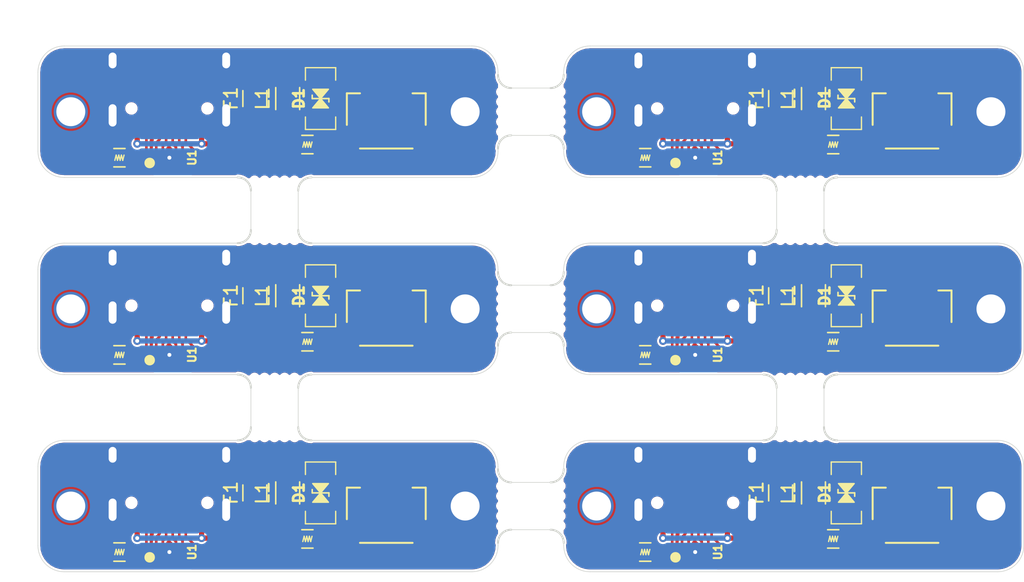
<source format=kicad_pcb>
(kicad_pcb (version 20171130) (host pcbnew "(5.1.11)-1")
  (layers (0 F.Cu signal) (31 B.Cu signal) (34 B.Paste user) (35 F.Paste user) (36 B.SilkS user) (37 F.SilkS user) (38 B.Mask user) (39 F.Mask user hide) (44 Edge.Cuts user))
  (net 0 "")
  (net 1 "Net-(USB1-Pad3)")
  (net 2 "Net-(USB1-Pad9)")
  (net 3 +5V)
  (net 4 GNDPWR)
  (net 5 GND)
  (net 6 "Net-(R1-Pad2)")
  (net 7 "Net-(R2-Pad2)")
  (net 8 VBUS)
  (net 9 D-)
  (net 10 D+)
  (module sanproject-keyboard-part:HRO-TYPE-C-31-M-12-Assembly (layer F.Cu) (at 172 25 180)
    (fp_text reference USB1)
    (fp_text value HRO-TYPE-C-31-M-12-Type-C)
    (pad 12 smd rect (at 3.225 -7.695 180) (size 0.6 1.45) (layers F.Cu F.Paste F.Mask) (net 4 GNDPWR))
    (pad 1 smd rect (at -3.225 -7.695 180) (size 0.6 1.45) (layers F.Cu F.Paste F.Mask) (net 4 GNDPWR))
    (pad 11 smd rect (at 2.45 -7.695 180) (size 0.6 1.45) (layers F.Cu F.Paste F.Mask) (net 8 VBUS))
    (pad 2 smd rect (at -2.45 -7.695 180) (size 0.6 1.45) (layers F.Cu F.Paste F.Mask) (net 8 VBUS))
    (pad 3 smd rect (at -1.75 -7.695 180) (size 0.3 1.45) (layers F.Cu F.Paste F.Mask) (net 1 "Net-(USB1-Pad3)"))
    (pad 10 smd rect (at 1.75 -7.695 180) (size 0.3 1.45) (layers F.Cu F.Paste F.Mask) (net 7 "Net-(R2-Pad2)"))
    (pad 4 smd rect (at -1.25 -7.695 180) (size 0.3 1.45) (layers F.Cu F.Paste F.Mask) (net 6 "Net-(R1-Pad2)"))
    (pad 9 smd rect (at 1.25 -7.695 180) (size 0.3 1.45) (layers F.Cu F.Paste F.Mask) (net 2 "Net-(USB1-Pad9)"))
    (pad 5 smd rect (at -0.75 -7.695 180) (size 0.3 1.45) (layers F.Cu F.Paste F.Mask) (net 9 D-))
    (pad 8 smd rect (at 0.75 -7.695 180) (size 0.3 1.45) (layers F.Cu F.Paste F.Mask) (net 10 D+))
    (pad 7 smd rect (at 0.25 -7.695 180) (size 0.3 1.45) (layers F.Cu F.Paste F.Mask) (net 9 D-))
    (pad 6 smd rect (at -0.25 -7.695 180) (size 0.3 1.45) (layers F.Cu F.Paste F.Mask) (net 10 D+))
    (pad "" np_thru_hole circle (at 2.89 -6.25 180) (size 0.65 0.65) (drill 0.65) (layers *.Cu *.Mask))
    (pad "" np_thru_hole circle (at -2.89 -6.25 180) (size 0.65 0.65) (drill 0.65) (layers *.Cu *.Mask))
    (pad 13 thru_hole oval (at -4.32 -6.78 180) (size 1 2.1) (drill oval 0.6 1.7) (layers *.Cu *.Mask F.Paste) (net 4 GNDPWR))
    (pad 13 thru_hole oval (at 4.32 -6.78 180) (size 1 2.1) (drill oval 0.6 1.7) (layers *.Cu *.Mask F.Paste) (net 4 GNDPWR))
    (pad 13 thru_hole oval (at -4.32 -2.6 180) (size 1 1.6) (drill oval 0.6 1.2) (layers *.Cu *.Mask F.Paste) (net 4 GNDPWR))
    (pad 13 thru_hole oval (at 4.32 -2.6 180) (size 1 1.6) (drill oval 0.6 1.2) (layers *.Cu *.Mask F.Paste) (net 4 GNDPWR))
  )
  (module sanproject-keyboard-part:mouse-bite-3mm-1slot-90deg (layer F.Cu) (at 180 40.5)
    (fp_text reference mouse-bite-3mm-slot hide)
    (fp_text value VAL** hide)
    (fp_arc (start -2.8 0) (end -1.8 0) (angle 90) (layer Edge.Cuts) (width 0.15))
    (fp_arc (start 2.8 0) (end 1.8 0) (angle -90) (layer Edge.Cuts) (width 0.15))
    (pad "" np_thru_hole circle (at -0.762 0.75) (size 0.5 0.5) (drill 0.5) (layers *.Cu *.Mask))
    (pad "" np_thru_hole circle (at -1.512 0.75) (size 0.5 0.5) (drill 0.5) (layers *.Cu *.Mask))
    (pad "" np_thru_hole circle (at -0.012 0.75) (size 0.5 0.5) (drill 0.5) (layers *.Cu *.Mask))
    (pad "" np_thru_hole circle (at 0.762 0.75) (size 0.5 0.5) (drill 0.5) (layers *.Cu *.Mask))
    (pad "" np_thru_hole circle (at 1.524 0.75) (size 0.5 0.5) (drill 0.5) (layers *.Cu *.Mask))
  )
  (module sanproject-keyboard-part:mouse-bite-3mm-1slot-90deg (layer F.Cu) (at 180 52.5 180)
    (fp_text reference mouse-bite-3mm-slot hide)
    (fp_text value VAL** hide)
    (fp_arc (start -2.8 0) (end -1.8 0) (angle 90) (layer Edge.Cuts) (width 0.15))
    (fp_arc (start 2.8 0) (end 1.8 0) (angle -90) (layer Edge.Cuts) (width 0.15))
    (pad "" np_thru_hole circle (at -0.762 0.75 180) (size 0.5 0.5) (drill 0.5) (layers *.Cu *.Mask))
    (pad "" np_thru_hole circle (at -1.512 0.75 180) (size 0.5 0.5) (drill 0.5) (layers *.Cu *.Mask))
    (pad "" np_thru_hole circle (at -0.012 0.75 180) (size 0.5 0.5) (drill 0.5) (layers *.Cu *.Mask))
    (pad "" np_thru_hole circle (at 0.762 0.75 180) (size 0.5 0.5) (drill 0.5) (layers *.Cu *.Mask))
    (pad "" np_thru_hole circle (at 1.524 0.75 180) (size 0.5 0.5) (drill 0.5) (layers *.Cu *.Mask))
  )
  (module sanproject-keyboard-part:mouse-bite-3mm-1slot-90deg (layer F.Cu) (at 140 52.5 180)
    (fp_text reference mouse-bite-3mm-slot hide)
    (fp_text value VAL** hide)
    (fp_arc (start -2.8 0) (end -1.8 0) (angle 90) (layer Edge.Cuts) (width 0.15))
    (fp_arc (start 2.8 0) (end 1.8 0) (angle -90) (layer Edge.Cuts) (width 0.15))
    (pad "" np_thru_hole circle (at -0.762 0.75 180) (size 0.5 0.5) (drill 0.5) (layers *.Cu *.Mask))
    (pad "" np_thru_hole circle (at -1.512 0.75 180) (size 0.5 0.5) (drill 0.5) (layers *.Cu *.Mask))
    (pad "" np_thru_hole circle (at -0.012 0.75 180) (size 0.5 0.5) (drill 0.5) (layers *.Cu *.Mask))
    (pad "" np_thru_hole circle (at 0.762 0.75 180) (size 0.5 0.5) (drill 0.5) (layers *.Cu *.Mask))
    (pad "" np_thru_hole circle (at 1.524 0.75 180) (size 0.5 0.5) (drill 0.5) (layers *.Cu *.Mask))
  )
  (module sanproject-keyboard-part:mouse-bite-3mm-1slot-90deg (layer F.Cu) (at 180 37.5 180)
    (fp_text reference mouse-bite-3mm-slot hide)
    (fp_text value VAL** hide)
    (fp_arc (start -2.8 0) (end -1.8 0) (angle 90) (layer Edge.Cuts) (width 0.15))
    (fp_arc (start 2.8 0) (end 1.8 0) (angle -90) (layer Edge.Cuts) (width 0.15))
    (pad "" np_thru_hole circle (at -0.762 0.75 180) (size 0.5 0.5) (drill 0.5) (layers *.Cu *.Mask))
    (pad "" np_thru_hole circle (at -1.512 0.75 180) (size 0.5 0.5) (drill 0.5) (layers *.Cu *.Mask))
    (pad "" np_thru_hole circle (at -0.012 0.75 180) (size 0.5 0.5) (drill 0.5) (layers *.Cu *.Mask))
    (pad "" np_thru_hole circle (at 0.762 0.75 180) (size 0.5 0.5) (drill 0.5) (layers *.Cu *.Mask))
    (pad "" np_thru_hole circle (at 1.524 0.75 180) (size 0.5 0.5) (drill 0.5) (layers *.Cu *.Mask))
  )
  (module sanproject-keyboard-part:mouse-bite-3mm-1slot-90deg (layer F.Cu) (at 180 55.5)
    (fp_text reference mouse-bite-3mm-slot hide)
    (fp_text value VAL** hide)
    (fp_arc (start -2.8 0) (end -1.8 0) (angle 90) (layer Edge.Cuts) (width 0.15))
    (fp_arc (start 2.8 0) (end 1.8 0) (angle -90) (layer Edge.Cuts) (width 0.15))
    (pad "" np_thru_hole circle (at -0.762 0.75) (size 0.5 0.5) (drill 0.5) (layers *.Cu *.Mask))
    (pad "" np_thru_hole circle (at -1.512 0.75) (size 0.5 0.5) (drill 0.5) (layers *.Cu *.Mask))
    (pad "" np_thru_hole circle (at -0.012 0.75) (size 0.5 0.5) (drill 0.5) (layers *.Cu *.Mask))
    (pad "" np_thru_hole circle (at 0.762 0.75) (size 0.5 0.5) (drill 0.5) (layers *.Cu *.Mask))
    (pad "" np_thru_hole circle (at 1.524 0.75) (size 0.5 0.5) (drill 0.5) (layers *.Cu *.Mask))
  )
  (module sanproject-keyboard-part:mouse-bite-3mm-1slot-90deg (layer F.Cu) (at 140 55.5)
    (fp_text reference mouse-bite-3mm-slot hide)
    (fp_text value VAL** hide)
    (fp_arc (start -2.8 0) (end -1.8 0) (angle 90) (layer Edge.Cuts) (width 0.15))
    (fp_arc (start 2.8 0) (end 1.8 0) (angle -90) (layer Edge.Cuts) (width 0.15))
    (pad "" np_thru_hole circle (at -0.762 0.75) (size 0.5 0.5) (drill 0.5) (layers *.Cu *.Mask))
    (pad "" np_thru_hole circle (at -1.512 0.75) (size 0.5 0.5) (drill 0.5) (layers *.Cu *.Mask))
    (pad "" np_thru_hole circle (at -0.012 0.75) (size 0.5 0.5) (drill 0.5) (layers *.Cu *.Mask))
    (pad "" np_thru_hole circle (at 0.762 0.75) (size 0.5 0.5) (drill 0.5) (layers *.Cu *.Mask))
    (pad "" np_thru_hole circle (at 1.524 0.75) (size 0.5 0.5) (drill 0.5) (layers *.Cu *.Mask))
  )
  (module sanproject-keyboard-part:mouse-bite-3mm-1slot-90deg (layer F.Cu) (at 180 40.5)
    (fp_text reference mouse-bite-3mm-slot hide)
    (fp_text value VAL** hide)
    (fp_arc (start -2.8 0) (end -1.8 0) (angle 90) (layer Edge.Cuts) (width 0.15))
    (fp_arc (start 2.8 0) (end 1.8 0) (angle -90) (layer Edge.Cuts) (width 0.15))
    (pad "" np_thru_hole circle (at -0.762 0.75) (size 0.5 0.5) (drill 0.5) (layers *.Cu *.Mask))
    (pad "" np_thru_hole circle (at -1.512 0.75) (size 0.5 0.5) (drill 0.5) (layers *.Cu *.Mask))
    (pad "" np_thru_hole circle (at -0.012 0.75) (size 0.5 0.5) (drill 0.5) (layers *.Cu *.Mask))
    (pad "" np_thru_hole circle (at 0.762 0.75) (size 0.5 0.5) (drill 0.5) (layers *.Cu *.Mask))
    (pad "" np_thru_hole circle (at 1.524 0.75) (size 0.5 0.5) (drill 0.5) (layers *.Cu *.Mask))
  )
  (module sanproject-keyboard-part:mouse-bite-3mm-1slot-90deg (layer F.Cu) (at 140 40.5)
    (fp_text reference mouse-bite-3mm-slot hide)
    (fp_text value VAL** hide)
    (fp_arc (start -2.8 0) (end -1.8 0) (angle 90) (layer Edge.Cuts) (width 0.15))
    (fp_arc (start 2.8 0) (end 1.8 0) (angle -90) (layer Edge.Cuts) (width 0.15))
    (pad "" np_thru_hole circle (at -0.762 0.75) (size 0.5 0.5) (drill 0.5) (layers *.Cu *.Mask))
    (pad "" np_thru_hole circle (at -1.512 0.75) (size 0.5 0.5) (drill 0.5) (layers *.Cu *.Mask))
    (pad "" np_thru_hole circle (at -0.012 0.75) (size 0.5 0.5) (drill 0.5) (layers *.Cu *.Mask))
    (pad "" np_thru_hole circle (at 0.762 0.75) (size 0.5 0.5) (drill 0.5) (layers *.Cu *.Mask))
    (pad "" np_thru_hole circle (at 1.524 0.75) (size 0.5 0.5) (drill 0.5) (layers *.Cu *.Mask))
  )
  (module sanproject-keyboard-part:mouse-bite-3mm-1slot-90deg (layer F.Cu) (at 140 37.5 180)
    (fp_text reference mouse-bite-3mm-slot hide)
    (fp_text value VAL** hide)
    (fp_arc (start -2.8 0) (end -1.8 0) (angle 90) (layer Edge.Cuts) (width 0.15))
    (fp_arc (start 2.8 0) (end 1.8 0) (angle -90) (layer Edge.Cuts) (width 0.15))
    (pad "" np_thru_hole circle (at -0.762 0.75 180) (size 0.5 0.5) (drill 0.5) (layers *.Cu *.Mask))
    (pad "" np_thru_hole circle (at -1.512 0.75 180) (size 0.5 0.5) (drill 0.5) (layers *.Cu *.Mask))
    (pad "" np_thru_hole circle (at -0.012 0.75 180) (size 0.5 0.5) (drill 0.5) (layers *.Cu *.Mask))
    (pad "" np_thru_hole circle (at 0.762 0.75 180) (size 0.5 0.5) (drill 0.5) (layers *.Cu *.Mask))
    (pad "" np_thru_hole circle (at 1.524 0.75 180) (size 0.5 0.5) (drill 0.5) (layers *.Cu *.Mask))
  )
  (module sanproject-keyboard-part:mouse-bite-3mm-1slot-90deg (layer F.Cu) (at 158 61.5 270)
    (fp_text reference mouse-bite-3mm-slot hide)
    (fp_text value VAL** hide)
    (fp_arc (start -2.8 0) (end -1.8 0) (angle 90) (layer Edge.Cuts) (width 0.15))
    (fp_arc (start 2.8 0) (end 1.8 0) (angle -90) (layer Edge.Cuts) (width 0.15))
    (pad "" np_thru_hole circle (at -0.762 0.75 270) (size 0.5 0.5) (drill 0.5) (layers *.Cu *.Mask))
    (pad "" np_thru_hole circle (at -1.512 0.75 270) (size 0.5 0.5) (drill 0.5) (layers *.Cu *.Mask))
    (pad "" np_thru_hole circle (at -0.012 0.75 270) (size 0.5 0.5) (drill 0.5) (layers *.Cu *.Mask))
    (pad "" np_thru_hole circle (at 0.762 0.75 270) (size 0.5 0.5) (drill 0.5) (layers *.Cu *.Mask))
    (pad "" np_thru_hole circle (at 1.524 0.75 270) (size 0.5 0.5) (drill 0.5) (layers *.Cu *.Mask))
  )
  (module sanproject-keyboard-part:mouse-bite-3mm-1slot-90deg (layer F.Cu) (at 158 46.5 270)
    (fp_text reference mouse-bite-3mm-slot hide)
    (fp_text value VAL** hide)
    (fp_arc (start -2.8 0) (end -1.8 0) (angle 90) (layer Edge.Cuts) (width 0.15))
    (fp_arc (start 2.8 0) (end 1.8 0) (angle -90) (layer Edge.Cuts) (width 0.15))
    (pad "" np_thru_hole circle (at -0.762 0.75 270) (size 0.5 0.5) (drill 0.5) (layers *.Cu *.Mask))
    (pad "" np_thru_hole circle (at -1.512 0.75 270) (size 0.5 0.5) (drill 0.5) (layers *.Cu *.Mask))
    (pad "" np_thru_hole circle (at -0.012 0.75 270) (size 0.5 0.5) (drill 0.5) (layers *.Cu *.Mask))
    (pad "" np_thru_hole circle (at 0.762 0.75 270) (size 0.5 0.5) (drill 0.5) (layers *.Cu *.Mask))
    (pad "" np_thru_hole circle (at 1.524 0.75 270) (size 0.5 0.5) (drill 0.5) (layers *.Cu *.Mask))
  )
  (module sanproject-keyboard-part:mouse-bite-3mm-1slot-90deg (layer F.Cu) (at 161 61.5 90)
    (fp_text reference mouse-bite-3mm-slot hide)
    (fp_text value VAL** hide)
    (fp_arc (start -2.8 0) (end -1.8 0) (angle 90) (layer Edge.Cuts) (width 0.15))
    (fp_arc (start 2.8 0) (end 1.8 0) (angle -90) (layer Edge.Cuts) (width 0.15))
    (pad "" np_thru_hole circle (at -0.762 0.75 90) (size 0.5 0.5) (drill 0.5) (layers *.Cu *.Mask))
    (pad "" np_thru_hole circle (at -1.512 0.75 90) (size 0.5 0.5) (drill 0.5) (layers *.Cu *.Mask))
    (pad "" np_thru_hole circle (at -0.012 0.75 90) (size 0.5 0.5) (drill 0.5) (layers *.Cu *.Mask))
    (pad "" np_thru_hole circle (at 0.762 0.75 90) (size 0.5 0.5) (drill 0.5) (layers *.Cu *.Mask))
    (pad "" np_thru_hole circle (at 1.524 0.75 90) (size 0.5 0.5) (drill 0.5) (layers *.Cu *.Mask))
  )
  (module sanproject-keyboard-part:mouse-bite-3mm-1slot-90deg (layer F.Cu) (at 161 46.5 90)
    (fp_text reference mouse-bite-3mm-slot hide)
    (fp_text value VAL** hide)
    (fp_arc (start -2.8 0) (end -1.8 0) (angle 90) (layer Edge.Cuts) (width 0.15))
    (fp_arc (start 2.8 0) (end 1.8 0) (angle -90) (layer Edge.Cuts) (width 0.15))
    (pad "" np_thru_hole circle (at -0.762 0.75 90) (size 0.5 0.5) (drill 0.5) (layers *.Cu *.Mask))
    (pad "" np_thru_hole circle (at -1.512 0.75 90) (size 0.5 0.5) (drill 0.5) (layers *.Cu *.Mask))
    (pad "" np_thru_hole circle (at -0.012 0.75 90) (size 0.5 0.5) (drill 0.5) (layers *.Cu *.Mask))
    (pad "" np_thru_hole circle (at 0.762 0.75 90) (size 0.5 0.5) (drill 0.5) (layers *.Cu *.Mask))
    (pad "" np_thru_hole circle (at 1.524 0.75 90) (size 0.5 0.5) (drill 0.5) (layers *.Cu *.Mask))
  )
  (module sanproject-keyboard-part:mouse-bite-3mm-1slot-90deg (layer F.Cu) (at 161 31.5 90)
    (fp_text reference mouse-bite-3mm-slot hide)
    (fp_text value VAL** hide)
    (fp_arc (start -2.8 0) (end -1.8 0) (angle 90) (layer Edge.Cuts) (width 0.15))
    (fp_arc (start 2.8 0) (end 1.8 0) (angle -90) (layer Edge.Cuts) (width 0.15))
    (pad "" np_thru_hole circle (at -0.762 0.75 90) (size 0.5 0.5) (drill 0.5) (layers *.Cu *.Mask))
    (pad "" np_thru_hole circle (at -1.512 0.75 90) (size 0.5 0.5) (drill 0.5) (layers *.Cu *.Mask))
    (pad "" np_thru_hole circle (at -0.012 0.75 90) (size 0.5 0.5) (drill 0.5) (layers *.Cu *.Mask))
    (pad "" np_thru_hole circle (at 0.762 0.75 90) (size 0.5 0.5) (drill 0.5) (layers *.Cu *.Mask))
    (pad "" np_thru_hole circle (at 1.524 0.75 90) (size 0.5 0.5) (drill 0.5) (layers *.Cu *.Mask))
  )
  (module sanproject-keyboard-part:mouse-bite-3mm-1slot-90deg (layer F.Cu) (at 158 31.5 270)
    (fp_text reference mouse-bite-3mm-slot hide)
    (fp_text value VAL** hide)
    (fp_arc (start -2.8 0) (end -1.8 0) (angle 90) (layer Edge.Cuts) (width 0.15))
    (fp_arc (start 2.8 0) (end 1.8 0) (angle -90) (layer Edge.Cuts) (width 0.15))
    (pad "" np_thru_hole circle (at -0.762 0.75 270) (size 0.5 0.5) (drill 0.5) (layers *.Cu *.Mask))
    (pad "" np_thru_hole circle (at -1.512 0.75 270) (size 0.5 0.5) (drill 0.5) (layers *.Cu *.Mask))
    (pad "" np_thru_hole circle (at -0.012 0.75 270) (size 0.5 0.5) (drill 0.5) (layers *.Cu *.Mask))
    (pad "" np_thru_hole circle (at 0.762 0.75 270) (size 0.5 0.5) (drill 0.5) (layers *.Cu *.Mask))
    (pad "" np_thru_hole circle (at 1.524 0.75 270) (size 0.5 0.5) (drill 0.5) (layers *.Cu *.Mask))
  )
  (module MountingHole:MountingHole_2.2mm_M2_ISO7380_Pad (layer F.Cu) (at 194.5 61.5)
    (fp_text reference H1)
    (fp_text value 2.2)
    (pad 1 thru_hole circle (at 0 0) (size 3.5 3.5) (drill 2.2) (layers *.Cu *.Mask) (net 4 GNDPWR))
  )
  (module MountingHole:MountingHole_2.2mm_M2_ISO7380_Pad (layer F.Cu) (at 154.5 61.5)
    (fp_text reference H1)
    (fp_text value 2.2)
    (pad 1 thru_hole circle (at 0 0) (size 3.5 3.5) (drill 2.2) (layers *.Cu *.Mask) (net 4 GNDPWR))
  )
  (module MountingHole:MountingHole_2.2mm_M2_ISO7380_Pad (layer F.Cu) (at 194.5 46.5)
    (fp_text reference H1)
    (fp_text value 2.2)
    (pad 1 thru_hole circle (at 0 0) (size 3.5 3.5) (drill 2.2) (layers *.Cu *.Mask) (net 4 GNDPWR))
  )
  (module MountingHole:MountingHole_2.2mm_M2_ISO7380_Pad (layer F.Cu) (at 154.5 46.5)
    (fp_text reference H1)
    (fp_text value 2.2)
    (pad 1 thru_hole circle (at 0 0) (size 3.5 3.5) (drill 2.2) (layers *.Cu *.Mask) (net 4 GNDPWR))
  )
  (module MountingHole:MountingHole_2.2mm_M2_ISO7380_Pad (layer F.Cu) (at 194.5 31.5)
    (fp_text reference H1)
    (fp_text value 2.2)
    (pad 1 thru_hole circle (at 0 0) (size 3.5 3.5) (drill 2.2) (layers *.Cu *.Mask) (net 4 GNDPWR))
  )
  (module MountingHole:MountingHole_2.2mm_M2_ISO7380_Pad_TopOnly (layer F.Cu) (at 164.5 61.5)
    (fp_text reference H2)
    (fp_text value MountingHole)
    (pad 1 connect circle (at 0 0) (size 3.5 3.5) (layers F.Cu F.Mask))
    (pad 1 thru_hole circle (at 0 0) (size 2.6 2.6) (drill 2.2) (layers *.Cu *.Mask))
  )
  (module MountingHole:MountingHole_2.2mm_M2_ISO7380_Pad_TopOnly (layer F.Cu) (at 124.5 61.5)
    (fp_text reference H2)
    (fp_text value MountingHole)
    (pad 1 connect circle (at 0 0) (size 3.5 3.5) (layers F.Cu F.Mask))
    (pad 1 thru_hole circle (at 0 0) (size 2.6 2.6) (drill 2.2) (layers *.Cu *.Mask))
  )
  (module MountingHole:MountingHole_2.2mm_M2_ISO7380_Pad_TopOnly (layer F.Cu) (at 164.5 46.5)
    (fp_text reference H2)
    (fp_text value MountingHole)
    (pad 1 connect circle (at 0 0) (size 3.5 3.5) (layers F.Cu F.Mask))
    (pad 1 thru_hole circle (at 0 0) (size 2.6 2.6) (drill 2.2) (layers *.Cu *.Mask))
  )
  (module MountingHole:MountingHole_2.2mm_M2_ISO7380_Pad_TopOnly (layer F.Cu) (at 124.5 46.5)
    (fp_text reference H2)
    (fp_text value MountingHole)
    (pad 1 connect circle (at 0 0) (size 3.5 3.5) (layers F.Cu F.Mask))
    (pad 1 thru_hole circle (at 0 0) (size 2.6 2.6) (drill 2.2) (layers *.Cu *.Mask))
  )
  (module MountingHole:MountingHole_2.2mm_M2_ISO7380_Pad_TopOnly (layer F.Cu) (at 164.5 31.5)
    (fp_text reference H2)
    (fp_text value MountingHole)
    (pad 1 connect circle (at 0 0) (size 3.5 3.5) (layers F.Cu F.Mask))
    (pad 1 thru_hole circle (at 0 0) (size 2.6 2.6) (drill 2.2) (layers *.Cu *.Mask))
  )
  (module sanproject-keyboard-part:JST-SR-4 (layer F.Cu) (at 188.5 64.5)
    (fp_text reference J1)
    (fp_text value Conn_01x04_Male)
    (pad "" smd rect (at 2.8 -0.9) (size 1.2 1.8) (layers F.Cu F.Paste F.Mask))
    (pad "" smd rect (at -2.8 -0.9) (size 1.2 1.8) (layers F.Cu F.Paste F.Mask))
    (pad 1 smd rect (at -1.5 -4.775) (size 0.6 1.55) (layers F.Cu F.Paste F.Mask) (net 3 +5V))
    (pad 2 smd rect (at -0.5 -4.775) (size 0.6 1.55) (layers F.Cu F.Paste F.Mask) (net 9 D-))
    (pad 4 smd rect (at 1.5 -4.775) (size 0.6 1.55) (layers F.Cu F.Paste F.Mask) (net 5 GND))
    (pad 3 smd rect (at 0.5 -4.775) (size 0.6 1.55) (layers F.Cu F.Paste F.Mask) (net 10 D+))
  )
  (module sanproject-keyboard-part:JST-SR-4 (layer F.Cu) (at 148.5 64.5)
    (fp_text reference J1)
    (fp_text value Conn_01x04_Male)
    (pad "" smd rect (at 2.8 -0.9) (size 1.2 1.8) (layers F.Cu F.Paste F.Mask))
    (pad "" smd rect (at -2.8 -0.9) (size 1.2 1.8) (layers F.Cu F.Paste F.Mask))
    (pad 1 smd rect (at -1.5 -4.775) (size 0.6 1.55) (layers F.Cu F.Paste F.Mask) (net 3 +5V))
    (pad 2 smd rect (at -0.5 -4.775) (size 0.6 1.55) (layers F.Cu F.Paste F.Mask) (net 9 D-))
    (pad 4 smd rect (at 1.5 -4.775) (size 0.6 1.55) (layers F.Cu F.Paste F.Mask) (net 5 GND))
    (pad 3 smd rect (at 0.5 -4.775) (size 0.6 1.55) (layers F.Cu F.Paste F.Mask) (net 10 D+))
  )
  (module sanproject-keyboard-part:JST-SR-4 (layer F.Cu) (at 188.5 49.5)
    (fp_text reference J1)
    (fp_text value Conn_01x04_Male)
    (pad "" smd rect (at 2.8 -0.9) (size 1.2 1.8) (layers F.Cu F.Paste F.Mask))
    (pad "" smd rect (at -2.8 -0.9) (size 1.2 1.8) (layers F.Cu F.Paste F.Mask))
    (pad 1 smd rect (at -1.5 -4.775) (size 0.6 1.55) (layers F.Cu F.Paste F.Mask) (net 3 +5V))
    (pad 2 smd rect (at -0.5 -4.775) (size 0.6 1.55) (layers F.Cu F.Paste F.Mask) (net 9 D-))
    (pad 4 smd rect (at 1.5 -4.775) (size 0.6 1.55) (layers F.Cu F.Paste F.Mask) (net 5 GND))
    (pad 3 smd rect (at 0.5 -4.775) (size 0.6 1.55) (layers F.Cu F.Paste F.Mask) (net 10 D+))
  )
  (module sanproject-keyboard-part:JST-SR-4 (layer F.Cu) (at 148.5 49.5)
    (fp_text reference J1)
    (fp_text value Conn_01x04_Male)
    (pad "" smd rect (at 2.8 -0.9) (size 1.2 1.8) (layers F.Cu F.Paste F.Mask))
    (pad "" smd rect (at -2.8 -0.9) (size 1.2 1.8) (layers F.Cu F.Paste F.Mask))
    (pad 1 smd rect (at -1.5 -4.775) (size 0.6 1.55) (layers F.Cu F.Paste F.Mask) (net 3 +5V))
    (pad 2 smd rect (at -0.5 -4.775) (size 0.6 1.55) (layers F.Cu F.Paste F.Mask) (net 9 D-))
    (pad 4 smd rect (at 1.5 -4.775) (size 0.6 1.55) (layers F.Cu F.Paste F.Mask) (net 5 GND))
    (pad 3 smd rect (at 0.5 -4.775) (size 0.6 1.55) (layers F.Cu F.Paste F.Mask) (net 10 D+))
  )
  (module sanproject-keyboard-part:JST-SR-4 (layer F.Cu) (at 188.5 34.5)
    (fp_text reference J1)
    (fp_text value Conn_01x04_Male)
    (pad "" smd rect (at 2.8 -0.9) (size 1.2 1.8) (layers F.Cu F.Paste F.Mask))
    (pad "" smd rect (at -2.8 -0.9) (size 1.2 1.8) (layers F.Cu F.Paste F.Mask))
    (pad 1 smd rect (at -1.5 -4.775) (size 0.6 1.55) (layers F.Cu F.Paste F.Mask) (net 3 +5V))
    (pad 2 smd rect (at -0.5 -4.775) (size 0.6 1.55) (layers F.Cu F.Paste F.Mask) (net 9 D-))
    (pad 4 smd rect (at 1.5 -4.775) (size 0.6 1.55) (layers F.Cu F.Paste F.Mask) (net 5 GND))
    (pad 3 smd rect (at 0.5 -4.775) (size 0.6 1.55) (layers F.Cu F.Paste F.Mask) (net 10 D+))
  )
  (module Inductor_SMD:L_1206_3216Metric (layer F.Cu) (at 181 60.5 90)
    (fp_text reference L1 (at 0 -1.9 90) (layer F.SilkS))
    (fp_text value 60R100Mhz)
    (pad 2 smd roundrect (at 1.575 0 90) (size 1.05 1.9) (layers F.Cu F.Paste F.Mask) (roundrect_rratio 0.2380942857142857) (net 5 GND))
    (pad 1 smd roundrect (at -1.575 0 90) (size 1.05 1.9) (layers F.Cu F.Paste F.Mask) (roundrect_rratio 0.2380942857142857) (net 4 GNDPWR))
  )
  (module Inductor_SMD:L_1206_3216Metric (layer F.Cu) (at 141 60.5 90)
    (fp_text reference L1 (at 0 -1.9 90) (layer F.SilkS))
    (fp_text value 60R100Mhz)
    (pad 2 smd roundrect (at 1.575 0 90) (size 1.05 1.9) (layers F.Cu F.Paste F.Mask) (roundrect_rratio 0.2380942857142857) (net 5 GND))
    (pad 1 smd roundrect (at -1.575 0 90) (size 1.05 1.9) (layers F.Cu F.Paste F.Mask) (roundrect_rratio 0.2380942857142857) (net 4 GNDPWR))
  )
  (module Inductor_SMD:L_1206_3216Metric (layer F.Cu) (at 181 45.5 90)
    (fp_text reference L1 (at 0 -1.9 90) (layer F.SilkS))
    (fp_text value 60R100Mhz)
    (pad 2 smd roundrect (at 1.575 0 90) (size 1.05 1.9) (layers F.Cu F.Paste F.Mask) (roundrect_rratio 0.2380942857142857) (net 5 GND))
    (pad 1 smd roundrect (at -1.575 0 90) (size 1.05 1.9) (layers F.Cu F.Paste F.Mask) (roundrect_rratio 0.2380942857142857) (net 4 GNDPWR))
  )
  (module Inductor_SMD:L_1206_3216Metric (layer F.Cu) (at 141 45.5 90)
    (fp_text reference L1 (at 0 -1.9 90) (layer F.SilkS))
    (fp_text value 60R100Mhz)
    (pad 2 smd roundrect (at 1.575 0 90) (size 1.05 1.9) (layers F.Cu F.Paste F.Mask) (roundrect_rratio 0.2380942857142857) (net 5 GND))
    (pad 1 smd roundrect (at -1.575 0 90) (size 1.05 1.9) (layers F.Cu F.Paste F.Mask) (roundrect_rratio 0.2380942857142857) (net 4 GNDPWR))
  )
  (module Inductor_SMD:L_1206_3216Metric (layer F.Cu) (at 181 30.5 90)
    (fp_text reference L1 (at 0 -1.9 90) (layer F.SilkS))
    (fp_text value 60R100Mhz)
    (pad 2 smd roundrect (at 1.575 0 90) (size 1.05 1.9) (layers F.Cu F.Paste F.Mask) (roundrect_rratio 0.2380942857142857) (net 5 GND))
    (pad 1 smd roundrect (at -1.575 0 90) (size 1.05 1.9) (layers F.Cu F.Paste F.Mask) (roundrect_rratio 0.2380942857142857) (net 4 GNDPWR))
  )
  (module Fuse:Fuse_1206_3216Metric (layer F.Cu) (at 178.5 60.5 90)
    (fp_text reference F1 (at 0 -1.82 90) (layer F.SilkS))
    (fp_text value ASMD1206-150)
    (pad 2 smd roundrect (at 1.4 0 90) (size 1.25 1.75) (layers F.Cu F.Paste F.Mask) (roundrect_rratio 0.2) (net 3 +5V))
    (pad 1 smd roundrect (at -1.4 0 90) (size 1.25 1.75) (layers F.Cu F.Paste F.Mask) (roundrect_rratio 0.2) (net 8 VBUS))
  )
  (module Fuse:Fuse_1206_3216Metric (layer F.Cu) (at 138.5 60.5 90)
    (fp_text reference F1 (at 0 -1.82 90) (layer F.SilkS))
    (fp_text value ASMD1206-150)
    (pad 2 smd roundrect (at 1.4 0 90) (size 1.25 1.75) (layers F.Cu F.Paste F.Mask) (roundrect_rratio 0.2) (net 3 +5V))
    (pad 1 smd roundrect (at -1.4 0 90) (size 1.25 1.75) (layers F.Cu F.Paste F.Mask) (roundrect_rratio 0.2) (net 8 VBUS))
  )
  (module Fuse:Fuse_1206_3216Metric (layer F.Cu) (at 178.5 45.5 90)
    (fp_text reference F1 (at 0 -1.82 90) (layer F.SilkS))
    (fp_text value ASMD1206-150)
    (pad 2 smd roundrect (at 1.4 0 90) (size 1.25 1.75) (layers F.Cu F.Paste F.Mask) (roundrect_rratio 0.2) (net 3 +5V))
    (pad 1 smd roundrect (at -1.4 0 90) (size 1.25 1.75) (layers F.Cu F.Paste F.Mask) (roundrect_rratio 0.2) (net 8 VBUS))
  )
  (module Fuse:Fuse_1206_3216Metric (layer F.Cu) (at 138.5 45.5 90)
    (fp_text reference F1 (at 0 -1.82 90) (layer F.SilkS))
    (fp_text value ASMD1206-150)
    (pad 2 smd roundrect (at 1.4 0 90) (size 1.25 1.75) (layers F.Cu F.Paste F.Mask) (roundrect_rratio 0.2) (net 3 +5V))
    (pad 1 smd roundrect (at -1.4 0 90) (size 1.25 1.75) (layers F.Cu F.Paste F.Mask) (roundrect_rratio 0.2) (net 8 VBUS))
  )
  (module Fuse:Fuse_1206_3216Metric (layer F.Cu) (at 178.5 30.5 90)
    (fp_text reference F1 (at 0 -1.82 90) (layer F.SilkS))
    (fp_text value ASMD1206-150)
    (pad 2 smd roundrect (at 1.4 0 90) (size 1.25 1.75) (layers F.Cu F.Paste F.Mask) (roundrect_rratio 0.2) (net 3 +5V))
    (pad 1 smd roundrect (at -1.4 0 90) (size 1.25 1.75) (layers F.Cu F.Paste F.Mask) (roundrect_rratio 0.2) (net 8 VBUS))
  )
  (module sanproject-keyboard-part:R_0603 (layer F.Cu) (at 168.2 65)
    (fp_text reference R2)
    (fp_text value 5.1k)
    (pad 2 smd rect (at 0.825 0) (size 0.8 0.95) (layers F.Cu F.Paste F.Mask) (net 7 "Net-(R2-Pad2)"))
    (pad 1 smd rect (at -0.825 0) (size 0.8 0.95) (layers F.Cu F.Paste F.Mask) (net 4 GNDPWR))
  )
  (module sanproject-keyboard-part:R_0603 (layer F.Cu) (at 128.2 65)
    (fp_text reference R2)
    (fp_text value 5.1k)
    (pad 2 smd rect (at 0.825 0) (size 0.8 0.95) (layers F.Cu F.Paste F.Mask) (net 7 "Net-(R2-Pad2)"))
    (pad 1 smd rect (at -0.825 0) (size 0.8 0.95) (layers F.Cu F.Paste F.Mask) (net 4 GNDPWR))
  )
  (module sanproject-keyboard-part:R_0603 (layer F.Cu) (at 168.2 50)
    (fp_text reference R2)
    (fp_text value 5.1k)
    (pad 2 smd rect (at 0.825 0) (size 0.8 0.95) (layers F.Cu F.Paste F.Mask) (net 7 "Net-(R2-Pad2)"))
    (pad 1 smd rect (at -0.825 0) (size 0.8 0.95) (layers F.Cu F.Paste F.Mask) (net 4 GNDPWR))
  )
  (module sanproject-keyboard-part:R_0603 (layer F.Cu) (at 128.2 50)
    (fp_text reference R2)
    (fp_text value 5.1k)
    (pad 2 smd rect (at 0.825 0) (size 0.8 0.95) (layers F.Cu F.Paste F.Mask) (net 7 "Net-(R2-Pad2)"))
    (pad 1 smd rect (at -0.825 0) (size 0.8 0.95) (layers F.Cu F.Paste F.Mask) (net 4 GNDPWR))
  )
  (module sanproject-keyboard-part:R_0603 (layer F.Cu) (at 168.2 35)
    (fp_text reference R2)
    (fp_text value 5.1k)
    (pad 2 smd rect (at 0.825 0) (size 0.8 0.95) (layers F.Cu F.Paste F.Mask) (net 7 "Net-(R2-Pad2)"))
    (pad 1 smd rect (at -0.825 0) (size 0.8 0.95) (layers F.Cu F.Paste F.Mask) (net 4 GNDPWR))
  )
  (module sanproject-keyboard-part:R_0603 (layer F.Cu) (at 182.5 64 180)
    (fp_text reference R1)
    (fp_text value 5.1k)
    (pad 2 smd rect (at 0.825 0 180) (size 0.8 0.95) (layers F.Cu F.Paste F.Mask) (net 6 "Net-(R1-Pad2)"))
    (pad 1 smd rect (at -0.825 0 180) (size 0.8 0.95) (layers F.Cu F.Paste F.Mask) (net 4 GNDPWR))
  )
  (module sanproject-keyboard-part:R_0603 (layer F.Cu) (at 142.5 64 180)
    (fp_text reference R1)
    (fp_text value 5.1k)
    (pad 2 smd rect (at 0.825 0 180) (size 0.8 0.95) (layers F.Cu F.Paste F.Mask) (net 6 "Net-(R1-Pad2)"))
    (pad 1 smd rect (at -0.825 0 180) (size 0.8 0.95) (layers F.Cu F.Paste F.Mask) (net 4 GNDPWR))
  )
  (module sanproject-keyboard-part:R_0603 (layer F.Cu) (at 182.5 49 180)
    (fp_text reference R1)
    (fp_text value 5.1k)
    (pad 2 smd rect (at 0.825 0 180) (size 0.8 0.95) (layers F.Cu F.Paste F.Mask) (net 6 "Net-(R1-Pad2)"))
    (pad 1 smd rect (at -0.825 0 180) (size 0.8 0.95) (layers F.Cu F.Paste F.Mask) (net 4 GNDPWR))
  )
  (module sanproject-keyboard-part:R_0603 (layer F.Cu) (at 142.5 49 180)
    (fp_text reference R1)
    (fp_text value 5.1k)
    (pad 2 smd rect (at 0.825 0 180) (size 0.8 0.95) (layers F.Cu F.Paste F.Mask) (net 6 "Net-(R1-Pad2)"))
    (pad 1 smd rect (at -0.825 0 180) (size 0.8 0.95) (layers F.Cu F.Paste F.Mask) (net 4 GNDPWR))
  )
  (module sanproject-keyboard-part:R_0603 (layer F.Cu) (at 182.5 34 180)
    (fp_text reference R1)
    (fp_text value 5.1k)
    (pad 2 smd rect (at 0.825 0 180) (size 0.8 0.95) (layers F.Cu F.Paste F.Mask) (net 6 "Net-(R1-Pad2)"))
    (pad 1 smd rect (at -0.825 0 180) (size 0.8 0.95) (layers F.Cu F.Paste F.Mask) (net 4 GNDPWR))
  )
  (module sanproject-keyboard-part:D_SOD-123_Bidirectional (layer F.Cu) (at 183.5 60.5 90)
    (fp_text reference D1 (at 0 -1.651 90) (layer F.SilkS) (effects (font (size 0.8 0.8) (thickness 0.2))))
    (fp_text value SMF9.0CA)
    (pad 2 smd roundrect (at 1.65 0 90) (size 1 1.2) (layers F.Cu F.Paste F.Mask) (net 3 +5V))
    (pad 1 smd roundrect (at -1.65 0 90) (size 1 1.2) (layers F.Cu F.Paste F.Mask) (net 4 GNDPWR))
  )
  (module sanproject-keyboard-part:D_SOD-123_Bidirectional (layer F.Cu) (at 143.5 60.5 90)
    (fp_text reference D1 (at 0 -1.651 90) (layer F.SilkS) (effects (font (size 0.8 0.8) (thickness 0.2))))
    (fp_text value SMF9.0CA)
    (pad 2 smd roundrect (at 1.65 0 90) (size 1 1.2) (layers F.Cu F.Paste F.Mask) (net 3 +5V))
    (pad 1 smd roundrect (at -1.65 0 90) (size 1 1.2) (layers F.Cu F.Paste F.Mask) (net 4 GNDPWR))
  )
  (module sanproject-keyboard-part:D_SOD-123_Bidirectional (layer F.Cu) (at 183.5 45.5 90)
    (fp_text reference D1 (at 0 -1.651 90) (layer F.SilkS) (effects (font (size 0.8 0.8) (thickness 0.2))))
    (fp_text value SMF9.0CA)
    (pad 2 smd roundrect (at 1.65 0 90) (size 1 1.2) (layers F.Cu F.Paste F.Mask) (net 3 +5V))
    (pad 1 smd roundrect (at -1.65 0 90) (size 1 1.2) (layers F.Cu F.Paste F.Mask) (net 4 GNDPWR))
  )
  (module sanproject-keyboard-part:D_SOD-123_Bidirectional (layer F.Cu) (at 143.5 45.5 90)
    (fp_text reference D1 (at 0 -1.651 90) (layer F.SilkS) (effects (font (size 0.8 0.8) (thickness 0.2))))
    (fp_text value SMF9.0CA)
    (pad 2 smd roundrect (at 1.65 0 90) (size 1 1.2) (layers F.Cu F.Paste F.Mask) (net 3 +5V))
    (pad 1 smd roundrect (at -1.65 0 90) (size 1 1.2) (layers F.Cu F.Paste F.Mask) (net 4 GNDPWR))
  )
  (module sanproject-keyboard-part:D_SOD-123_Bidirectional (layer F.Cu) (at 183.5 30.5 90)
    (fp_text reference D1 (at 0 -1.651 90) (layer F.SilkS) (effects (font (size 0.8 0.8) (thickness 0.2))))
    (fp_text value SMF9.0CA)
    (pad 2 smd roundrect (at 1.65 0 90) (size 1 1.2) (layers F.Cu F.Paste F.Mask) (net 3 +5V))
    (pad 1 smd roundrect (at -1.65 0 90) (size 1 1.2) (layers F.Cu F.Paste F.Mask) (net 4 GNDPWR))
  )
  (module sanproject-keyboard-part:USON-10_2.5x1.0mm_P0.5mm (layer F.Cu) (at 172 65 90)
    (fp_text reference U1 (at 0 1.7272 90) (layer F.SilkS) (effects (font (size 0.6 0.6))))
    (fp_text value TPD4E05U06DQAR)
    (pad 8 smd rect (at 0.385 0) (size 0.3 0.55) (layers F.Cu F.Paste F.Mask) (net 4 GNDPWR))
    (pad 10 smd rect (at 0.385 -1) (size 0.25 0.55) (layers F.Cu F.Paste F.Mask) (net 10 D+))
    (pad 7 smd rect (at 0.385 0.5) (size 0.25 0.55) (layers F.Cu F.Paste F.Mask) (net 10 D+))
    (pad 6 smd rect (at 0.385 1) (size 0.25 0.55) (layers F.Cu F.Paste F.Mask) (net 9 D-))
    (pad 9 smd rect (at 0.385 -0.5) (size 0.25 0.55) (layers F.Cu F.Paste F.Mask) (net 9 D-))
    (pad 5 smd rect (at -0.385 1) (size 0.25 0.55) (layers F.Cu F.Paste F.Mask) (net 9 D-))
    (pad 4 smd rect (at -0.385 0.5) (size 0.25 0.55) (layers F.Cu F.Paste F.Mask) (net 10 D+))
    (pad 3 smd rect (at -0.385 0) (size 0.3 0.55) (layers F.Cu F.Paste F.Mask) (net 4 GNDPWR))
    (pad 2 smd rect (at -0.385 -0.5) (size 0.25 0.55) (layers F.Cu F.Paste F.Mask) (net 9 D-))
    (pad 1 smd roundrect (at -0.385 -1) (size 0.25 0.55) (layers F.Cu F.Paste F.Mask) (roundrect_rratio 0.5) (net 10 D+))
  )
  (module sanproject-keyboard-part:USON-10_2.5x1.0mm_P0.5mm (layer F.Cu) (at 132 65 90)
    (fp_text reference U1 (at 0 1.7272 90) (layer F.SilkS) (effects (font (size 0.6 0.6))))
    (fp_text value TPD4E05U06DQAR)
    (pad 8 smd rect (at 0.385 0) (size 0.3 0.55) (layers F.Cu F.Paste F.Mask) (net 4 GNDPWR))
    (pad 10 smd rect (at 0.385 -1) (size 0.25 0.55) (layers F.Cu F.Paste F.Mask) (net 10 D+))
    (pad 7 smd rect (at 0.385 0.5) (size 0.25 0.55) (layers F.Cu F.Paste F.Mask) (net 10 D+))
    (pad 6 smd rect (at 0.385 1) (size 0.25 0.55) (layers F.Cu F.Paste F.Mask) (net 9 D-))
    (pad 9 smd rect (at 0.385 -0.5) (size 0.25 0.55) (layers F.Cu F.Paste F.Mask) (net 9 D-))
    (pad 5 smd rect (at -0.385 1) (size 0.25 0.55) (layers F.Cu F.Paste F.Mask) (net 9 D-))
    (pad 4 smd rect (at -0.385 0.5) (size 0.25 0.55) (layers F.Cu F.Paste F.Mask) (net 10 D+))
    (pad 3 smd rect (at -0.385 0) (size 0.3 0.55) (layers F.Cu F.Paste F.Mask) (net 4 GNDPWR))
    (pad 2 smd rect (at -0.385 -0.5) (size 0.25 0.55) (layers F.Cu F.Paste F.Mask) (net 9 D-))
    (pad 1 smd roundrect (at -0.385 -1) (size 0.25 0.55) (layers F.Cu F.Paste F.Mask) (roundrect_rratio 0.5) (net 10 D+))
  )
  (module sanproject-keyboard-part:USON-10_2.5x1.0mm_P0.5mm (layer F.Cu) (at 172 50 90)
    (fp_text reference U1 (at 0 1.7272 90) (layer F.SilkS) (effects (font (size 0.6 0.6))))
    (fp_text value TPD4E05U06DQAR)
    (pad 8 smd rect (at 0.385 0) (size 0.3 0.55) (layers F.Cu F.Paste F.Mask) (net 4 GNDPWR))
    (pad 10 smd rect (at 0.385 -1) (size 0.25 0.55) (layers F.Cu F.Paste F.Mask) (net 10 D+))
    (pad 7 smd rect (at 0.385 0.5) (size 0.25 0.55) (layers F.Cu F.Paste F.Mask) (net 10 D+))
    (pad 6 smd rect (at 0.385 1) (size 0.25 0.55) (layers F.Cu F.Paste F.Mask) (net 9 D-))
    (pad 9 smd rect (at 0.385 -0.5) (size 0.25 0.55) (layers F.Cu F.Paste F.Mask) (net 9 D-))
    (pad 5 smd rect (at -0.385 1) (size 0.25 0.55) (layers F.Cu F.Paste F.Mask) (net 9 D-))
    (pad 4 smd rect (at -0.385 0.5) (size 0.25 0.55) (layers F.Cu F.Paste F.Mask) (net 10 D+))
    (pad 3 smd rect (at -0.385 0) (size 0.3 0.55) (layers F.Cu F.Paste F.Mask) (net 4 GNDPWR))
    (pad 2 smd rect (at -0.385 -0.5) (size 0.25 0.55) (layers F.Cu F.Paste F.Mask) (net 9 D-))
    (pad 1 smd roundrect (at -0.385 -1) (size 0.25 0.55) (layers F.Cu F.Paste F.Mask) (roundrect_rratio 0.5) (net 10 D+))
  )
  (module sanproject-keyboard-part:USON-10_2.5x1.0mm_P0.5mm (layer F.Cu) (at 132 50 90)
    (fp_text reference U1 (at 0 1.7272 90) (layer F.SilkS) (effects (font (size 0.6 0.6))))
    (fp_text value TPD4E05U06DQAR)
    (pad 8 smd rect (at 0.385 0) (size 0.3 0.55) (layers F.Cu F.Paste F.Mask) (net 4 GNDPWR))
    (pad 10 smd rect (at 0.385 -1) (size 0.25 0.55) (layers F.Cu F.Paste F.Mask) (net 10 D+))
    (pad 7 smd rect (at 0.385 0.5) (size 0.25 0.55) (layers F.Cu F.Paste F.Mask) (net 10 D+))
    (pad 6 smd rect (at 0.385 1) (size 0.25 0.55) (layers F.Cu F.Paste F.Mask) (net 9 D-))
    (pad 9 smd rect (at 0.385 -0.5) (size 0.25 0.55) (layers F.Cu F.Paste F.Mask) (net 9 D-))
    (pad 5 smd rect (at -0.385 1) (size 0.25 0.55) (layers F.Cu F.Paste F.Mask) (net 9 D-))
    (pad 4 smd rect (at -0.385 0.5) (size 0.25 0.55) (layers F.Cu F.Paste F.Mask) (net 10 D+))
    (pad 3 smd rect (at -0.385 0) (size 0.3 0.55) (layers F.Cu F.Paste F.Mask) (net 4 GNDPWR))
    (pad 2 smd rect (at -0.385 -0.5) (size 0.25 0.55) (layers F.Cu F.Paste F.Mask) (net 9 D-))
    (pad 1 smd roundrect (at -0.385 -1) (size 0.25 0.55) (layers F.Cu F.Paste F.Mask) (roundrect_rratio 0.5) (net 10 D+))
  )
  (module sanproject-keyboard-part:USON-10_2.5x1.0mm_P0.5mm (layer F.Cu) (at 172 35 90)
    (fp_text reference U1 (at 0 1.7272 90) (layer F.SilkS) (effects (font (size 0.6 0.6))))
    (fp_text value TPD4E05U06DQAR)
    (pad 8 smd rect (at 0.385 0) (size 0.3 0.55) (layers F.Cu F.Paste F.Mask) (net 4 GNDPWR))
    (pad 10 smd rect (at 0.385 -1) (size 0.25 0.55) (layers F.Cu F.Paste F.Mask) (net 10 D+))
    (pad 7 smd rect (at 0.385 0.5) (size 0.25 0.55) (layers F.Cu F.Paste F.Mask) (net 10 D+))
    (pad 6 smd rect (at 0.385 1) (size 0.25 0.55) (layers F.Cu F.Paste F.Mask) (net 9 D-))
    (pad 9 smd rect (at 0.385 -0.5) (size 0.25 0.55) (layers F.Cu F.Paste F.Mask) (net 9 D-))
    (pad 5 smd rect (at -0.385 1) (size 0.25 0.55) (layers F.Cu F.Paste F.Mask) (net 9 D-))
    (pad 4 smd rect (at -0.385 0.5) (size 0.25 0.55) (layers F.Cu F.Paste F.Mask) (net 10 D+))
    (pad 3 smd rect (at -0.385 0) (size 0.3 0.55) (layers F.Cu F.Paste F.Mask) (net 4 GNDPWR))
    (pad 2 smd rect (at -0.385 -0.5) (size 0.25 0.55) (layers F.Cu F.Paste F.Mask) (net 9 D-))
    (pad 1 smd roundrect (at -0.385 -1) (size 0.25 0.55) (layers F.Cu F.Paste F.Mask) (roundrect_rratio 0.5) (net 10 D+))
  )
  (module sanproject-keyboard-part:HRO-TYPE-C-31-M-12-Assembly (layer F.Cu) (at 172 55 180)
    (fp_text reference USB1)
    (fp_text value HRO-TYPE-C-31-M-12-Type-C)
    (pad 12 smd rect (at 3.225 -7.695 180) (size 0.6 1.45) (layers F.Cu F.Paste F.Mask) (net 4 GNDPWR))
    (pad 1 smd rect (at -3.225 -7.695 180) (size 0.6 1.45) (layers F.Cu F.Paste F.Mask) (net 4 GNDPWR))
    (pad 11 smd rect (at 2.45 -7.695 180) (size 0.6 1.45) (layers F.Cu F.Paste F.Mask) (net 8 VBUS))
    (pad 2 smd rect (at -2.45 -7.695 180) (size 0.6 1.45) (layers F.Cu F.Paste F.Mask) (net 8 VBUS))
    (pad 3 smd rect (at -1.75 -7.695 180) (size 0.3 1.45) (layers F.Cu F.Paste F.Mask) (net 1 "Net-(USB1-Pad3)"))
    (pad 10 smd rect (at 1.75 -7.695 180) (size 0.3 1.45) (layers F.Cu F.Paste F.Mask) (net 7 "Net-(R2-Pad2)"))
    (pad 4 smd rect (at -1.25 -7.695 180) (size 0.3 1.45) (layers F.Cu F.Paste F.Mask) (net 6 "Net-(R1-Pad2)"))
    (pad 9 smd rect (at 1.25 -7.695 180) (size 0.3 1.45) (layers F.Cu F.Paste F.Mask) (net 2 "Net-(USB1-Pad9)"))
    (pad 5 smd rect (at -0.75 -7.695 180) (size 0.3 1.45) (layers F.Cu F.Paste F.Mask) (net 9 D-))
    (pad 8 smd rect (at 0.75 -7.695 180) (size 0.3 1.45) (layers F.Cu F.Paste F.Mask) (net 10 D+))
    (pad 7 smd rect (at 0.25 -7.695 180) (size 0.3 1.45) (layers F.Cu F.Paste F.Mask) (net 9 D-))
    (pad 6 smd rect (at -0.25 -7.695 180) (size 0.3 1.45) (layers F.Cu F.Paste F.Mask) (net 10 D+))
    (pad "" np_thru_hole circle (at 2.89 -6.25 180) (size 0.65 0.65) (drill 0.65) (layers *.Cu *.Mask))
    (pad "" np_thru_hole circle (at -2.89 -6.25 180) (size 0.65 0.65) (drill 0.65) (layers *.Cu *.Mask))
    (pad 13 thru_hole oval (at -4.32 -6.78 180) (size 1 2.1) (drill oval 0.6 1.7) (layers *.Cu *.Mask F.Paste) (net 4 GNDPWR))
    (pad 13 thru_hole oval (at 4.32 -6.78 180) (size 1 2.1) (drill oval 0.6 1.7) (layers *.Cu *.Mask F.Paste) (net 4 GNDPWR))
    (pad 13 thru_hole oval (at -4.32 -2.6 180) (size 1 1.6) (drill oval 0.6 1.2) (layers *.Cu *.Mask F.Paste) (net 4 GNDPWR))
    (pad 13 thru_hole oval (at 4.32 -2.6 180) (size 1 1.6) (drill oval 0.6 1.2) (layers *.Cu *.Mask F.Paste) (net 4 GNDPWR))
  )
  (module sanproject-keyboard-part:HRO-TYPE-C-31-M-12-Assembly (layer F.Cu) (at 132 55 180)
    (fp_text reference USB1)
    (fp_text value HRO-TYPE-C-31-M-12-Type-C)
    (pad 12 smd rect (at 3.225 -7.695 180) (size 0.6 1.45) (layers F.Cu F.Paste F.Mask) (net 4 GNDPWR))
    (pad 1 smd rect (at -3.225 -7.695 180) (size 0.6 1.45) (layers F.Cu F.Paste F.Mask) (net 4 GNDPWR))
    (pad 11 smd rect (at 2.45 -7.695 180) (size 0.6 1.45) (layers F.Cu F.Paste F.Mask) (net 8 VBUS))
    (pad 2 smd rect (at -2.45 -7.695 180) (size 0.6 1.45) (layers F.Cu F.Paste F.Mask) (net 8 VBUS))
    (pad 3 smd rect (at -1.75 -7.695 180) (size 0.3 1.45) (layers F.Cu F.Paste F.Mask) (net 1 "Net-(USB1-Pad3)"))
    (pad 10 smd rect (at 1.75 -7.695 180) (size 0.3 1.45) (layers F.Cu F.Paste F.Mask) (net 7 "Net-(R2-Pad2)"))
    (pad 4 smd rect (at -1.25 -7.695 180) (size 0.3 1.45) (layers F.Cu F.Paste F.Mask) (net 6 "Net-(R1-Pad2)"))
    (pad 9 smd rect (at 1.25 -7.695 180) (size 0.3 1.45) (layers F.Cu F.Paste F.Mask) (net 2 "Net-(USB1-Pad9)"))
    (pad 5 smd rect (at -0.75 -7.695 180) (size 0.3 1.45) (layers F.Cu F.Paste F.Mask) (net 9 D-))
    (pad 8 smd rect (at 0.75 -7.695 180) (size 0.3 1.45) (layers F.Cu F.Paste F.Mask) (net 10 D+))
    (pad 7 smd rect (at 0.25 -7.695 180) (size 0.3 1.45) (layers F.Cu F.Paste F.Mask) (net 9 D-))
    (pad 6 smd rect (at -0.25 -7.695 180) (size 0.3 1.45) (layers F.Cu F.Paste F.Mask) (net 10 D+))
    (pad "" np_thru_hole circle (at 2.89 -6.25 180) (size 0.65 0.65) (drill 0.65) (layers *.Cu *.Mask))
    (pad "" np_thru_hole circle (at -2.89 -6.25 180) (size 0.65 0.65) (drill 0.65) (layers *.Cu *.Mask))
    (pad 13 thru_hole oval (at -4.32 -6.78 180) (size 1 2.1) (drill oval 0.6 1.7) (layers *.Cu *.Mask F.Paste) (net 4 GNDPWR))
    (pad 13 thru_hole oval (at 4.32 -6.78 180) (size 1 2.1) (drill oval 0.6 1.7) (layers *.Cu *.Mask F.Paste) (net 4 GNDPWR))
    (pad 13 thru_hole oval (at -4.32 -2.6 180) (size 1 1.6) (drill oval 0.6 1.2) (layers *.Cu *.Mask F.Paste) (net 4 GNDPWR))
    (pad 13 thru_hole oval (at 4.32 -2.6 180) (size 1 1.6) (drill oval 0.6 1.2) (layers *.Cu *.Mask F.Paste) (net 4 GNDPWR))
  )
  (module sanproject-keyboard-part:HRO-TYPE-C-31-M-12-Assembly (layer F.Cu) (at 172 40 180)
    (fp_text reference USB1)
    (fp_text value HRO-TYPE-C-31-M-12-Type-C)
    (pad 12 smd rect (at 3.225 -7.695 180) (size 0.6 1.45) (layers F.Cu F.Paste F.Mask) (net 4 GNDPWR))
    (pad 1 smd rect (at -3.225 -7.695 180) (size 0.6 1.45) (layers F.Cu F.Paste F.Mask) (net 4 GNDPWR))
    (pad 11 smd rect (at 2.45 -7.695 180) (size 0.6 1.45) (layers F.Cu F.Paste F.Mask) (net 8 VBUS))
    (pad 2 smd rect (at -2.45 -7.695 180) (size 0.6 1.45) (layers F.Cu F.Paste F.Mask) (net 8 VBUS))
    (pad 3 smd rect (at -1.75 -7.695 180) (size 0.3 1.45) (layers F.Cu F.Paste F.Mask) (net 1 "Net-(USB1-Pad3)"))
    (pad 10 smd rect (at 1.75 -7.695 180) (size 0.3 1.45) (layers F.Cu F.Paste F.Mask) (net 7 "Net-(R2-Pad2)"))
    (pad 4 smd rect (at -1.25 -7.695 180) (size 0.3 1.45) (layers F.Cu F.Paste F.Mask) (net 6 "Net-(R1-Pad2)"))
    (pad 9 smd rect (at 1.25 -7.695 180) (size 0.3 1.45) (layers F.Cu F.Paste F.Mask) (net 2 "Net-(USB1-Pad9)"))
    (pad 5 smd rect (at -0.75 -7.695 180) (size 0.3 1.45) (layers F.Cu F.Paste F.Mask) (net 9 D-))
    (pad 8 smd rect (at 0.75 -7.695 180) (size 0.3 1.45) (layers F.Cu F.Paste F.Mask) (net 10 D+))
    (pad 7 smd rect (at 0.25 -7.695 180) (size 0.3 1.45) (layers F.Cu F.Paste F.Mask) (net 9 D-))
    (pad 6 smd rect (at -0.25 -7.695 180) (size 0.3 1.45) (layers F.Cu F.Paste F.Mask) (net 10 D+))
    (pad "" np_thru_hole circle (at 2.89 -6.25 180) (size 0.65 0.65) (drill 0.65) (layers *.Cu *.Mask))
    (pad "" np_thru_hole circle (at -2.89 -6.25 180) (size 0.65 0.65) (drill 0.65) (layers *.Cu *.Mask))
    (pad 13 thru_hole oval (at -4.32 -6.78 180) (size 1 2.1) (drill oval 0.6 1.7) (layers *.Cu *.Mask F.Paste) (net 4 GNDPWR))
    (pad 13 thru_hole oval (at 4.32 -6.78 180) (size 1 2.1) (drill oval 0.6 1.7) (layers *.Cu *.Mask F.Paste) (net 4 GNDPWR))
    (pad 13 thru_hole oval (at -4.32 -2.6 180) (size 1 1.6) (drill oval 0.6 1.2) (layers *.Cu *.Mask F.Paste) (net 4 GNDPWR))
    (pad 13 thru_hole oval (at 4.32 -2.6 180) (size 1 1.6) (drill oval 0.6 1.2) (layers *.Cu *.Mask F.Paste) (net 4 GNDPWR))
  )
  (module sanproject-keyboard-part:HRO-TYPE-C-31-M-12-Assembly (layer F.Cu) (at 132 40 180)
    (fp_text reference USB1)
    (fp_text value HRO-TYPE-C-31-M-12-Type-C)
    (pad 12 smd rect (at 3.225 -7.695 180) (size 0.6 1.45) (layers F.Cu F.Paste F.Mask) (net 4 GNDPWR))
    (pad 1 smd rect (at -3.225 -7.695 180) (size 0.6 1.45) (layers F.Cu F.Paste F.Mask) (net 4 GNDPWR))
    (pad 11 smd rect (at 2.45 -7.695 180) (size 0.6 1.45) (layers F.Cu F.Paste F.Mask) (net 8 VBUS))
    (pad 2 smd rect (at -2.45 -7.695 180) (size 0.6 1.45) (layers F.Cu F.Paste F.Mask) (net 8 VBUS))
    (pad 3 smd rect (at -1.75 -7.695 180) (size 0.3 1.45) (layers F.Cu F.Paste F.Mask) (net 1 "Net-(USB1-Pad3)"))
    (pad 10 smd rect (at 1.75 -7.695 180) (size 0.3 1.45) (layers F.Cu F.Paste F.Mask) (net 7 "Net-(R2-Pad2)"))
    (pad 4 smd rect (at -1.25 -7.695 180) (size 0.3 1.45) (layers F.Cu F.Paste F.Mask) (net 6 "Net-(R1-Pad2)"))
    (pad 9 smd rect (at 1.25 -7.695 180) (size 0.3 1.45) (layers F.Cu F.Paste F.Mask) (net 2 "Net-(USB1-Pad9)"))
    (pad 5 smd rect (at -0.75 -7.695 180) (size 0.3 1.45) (layers F.Cu F.Paste F.Mask) (net 9 D-))
    (pad 8 smd rect (at 0.75 -7.695 180) (size 0.3 1.45) (layers F.Cu F.Paste F.Mask) (net 10 D+))
    (pad 7 smd rect (at 0.25 -7.695 180) (size 0.3 1.45) (layers F.Cu F.Paste F.Mask) (net 9 D-))
    (pad 6 smd rect (at -0.25 -7.695 180) (size 0.3 1.45) (layers F.Cu F.Paste F.Mask) (net 10 D+))
    (pad "" np_thru_hole circle (at 2.89 -6.25 180) (size 0.65 0.65) (drill 0.65) (layers *.Cu *.Mask))
    (pad "" np_thru_hole circle (at -2.89 -6.25 180) (size 0.65 0.65) (drill 0.65) (layers *.Cu *.Mask))
    (pad 13 thru_hole oval (at -4.32 -6.78 180) (size 1 2.1) (drill oval 0.6 1.7) (layers *.Cu *.Mask F.Paste) (net 4 GNDPWR))
    (pad 13 thru_hole oval (at 4.32 -6.78 180) (size 1 2.1) (drill oval 0.6 1.7) (layers *.Cu *.Mask F.Paste) (net 4 GNDPWR))
    (pad 13 thru_hole oval (at -4.32 -2.6 180) (size 1 1.6) (drill oval 0.6 1.2) (layers *.Cu *.Mask F.Paste) (net 4 GNDPWR))
    (pad 13 thru_hole oval (at 4.32 -2.6 180) (size 1 1.6) (drill oval 0.6 1.2) (layers *.Cu *.Mask F.Paste) (net 4 GNDPWR))
  )
  (module Fuse:Fuse_1206_3216Metric (layer F.Cu) (at 138.5 30.5 90)
    (fp_text reference F1 (at 0 -1.82 90) (layer F.SilkS))
    (fp_text value ASMD1206-150)
    (pad 2 smd roundrect (at 1.4 0 90) (size 1.25 1.75) (layers F.Cu F.Paste F.Mask) (roundrect_rratio 0.2) (net 3 +5V))
    (pad 1 smd roundrect (at -1.4 0 90) (size 1.25 1.75) (layers F.Cu F.Paste F.Mask) (roundrect_rratio 0.2) (net 8 VBUS))
  )
  (module MountingHole:MountingHole_2.2mm_M2_ISO7380_Pad_TopOnly (layer F.Cu) (at 124.5 31.5)
    (fp_text reference H2)
    (fp_text value MountingHole)
    (pad 1 connect circle (at 0 0) (size 3.5 3.5) (layers F.Cu F.Mask))
    (pad 1 thru_hole circle (at 0 0) (size 2.6 2.6) (drill 2.2) (layers *.Cu *.Mask))
  )
  (module MountingHole:MountingHole_2.2mm_M2_ISO7380_Pad (layer F.Cu) (at 154.5 31.5)
    (fp_text reference H1)
    (fp_text value 2.2)
    (pad 1 thru_hole circle (at 0 0) (size 3.5 3.5) (drill 2.2) (layers *.Cu *.Mask) (net 4 GNDPWR))
  )
  (module sanproject-keyboard-part:USON-10_2.5x1.0mm_P0.5mm (layer F.Cu) (at 132 35 90)
    (fp_text reference U1 (at 0 1.7272 90) (layer F.SilkS) (effects (font (size 0.6 0.6))))
    (fp_text value TPD4E05U06DQAR)
    (pad 8 smd rect (at 0.385 0) (size 0.3 0.55) (layers F.Cu F.Paste F.Mask) (net 4 GNDPWR))
    (pad 10 smd rect (at 0.385 -1) (size 0.25 0.55) (layers F.Cu F.Paste F.Mask) (net 10 D+))
    (pad 7 smd rect (at 0.385 0.5) (size 0.25 0.55) (layers F.Cu F.Paste F.Mask) (net 10 D+))
    (pad 6 smd rect (at 0.385 1) (size 0.25 0.55) (layers F.Cu F.Paste F.Mask) (net 9 D-))
    (pad 9 smd rect (at 0.385 -0.5) (size 0.25 0.55) (layers F.Cu F.Paste F.Mask) (net 9 D-))
    (pad 5 smd rect (at -0.385 1) (size 0.25 0.55) (layers F.Cu F.Paste F.Mask) (net 9 D-))
    (pad 4 smd rect (at -0.385 0.5) (size 0.25 0.55) (layers F.Cu F.Paste F.Mask) (net 10 D+))
    (pad 3 smd rect (at -0.385 0) (size 0.3 0.55) (layers F.Cu F.Paste F.Mask) (net 4 GNDPWR))
    (pad 2 smd rect (at -0.385 -0.5) (size 0.25 0.55) (layers F.Cu F.Paste F.Mask) (net 9 D-))
    (pad 1 smd roundrect (at -0.385 -1) (size 0.25 0.55) (layers F.Cu F.Paste F.Mask) (roundrect_rratio 0.5) (net 10 D+))
  )
  (module sanproject-keyboard-part:R_0603 (layer F.Cu) (at 128.2 35)
    (fp_text reference R2)
    (fp_text value 5.1k)
    (pad 2 smd rect (at 0.825 0) (size 0.8 0.95) (layers F.Cu F.Paste F.Mask) (net 7 "Net-(R2-Pad2)"))
    (pad 1 smd rect (at -0.825 0) (size 0.8 0.95) (layers F.Cu F.Paste F.Mask) (net 4 GNDPWR))
  )
  (module sanproject-keyboard-part:R_0603 (layer F.Cu) (at 142.5 34 180)
    (fp_text reference R1)
    (fp_text value 5.1k)
    (pad 2 smd rect (at 0.825 0 180) (size 0.8 0.95) (layers F.Cu F.Paste F.Mask) (net 6 "Net-(R1-Pad2)"))
    (pad 1 smd rect (at -0.825 0 180) (size 0.8 0.95) (layers F.Cu F.Paste F.Mask) (net 4 GNDPWR))
  )
  (module Inductor_SMD:L_1206_3216Metric (layer F.Cu) (at 141 30.5 90)
    (fp_text reference L1 (at 0 -1.9 90) (layer F.SilkS))
    (fp_text value 60R100Mhz)
    (pad 2 smd roundrect (at 1.575 0 90) (size 1.05 1.9) (layers F.Cu F.Paste F.Mask) (roundrect_rratio 0.2380942857142857) (net 5 GND))
    (pad 1 smd roundrect (at -1.575 0 90) (size 1.05 1.9) (layers F.Cu F.Paste F.Mask) (roundrect_rratio 0.2380942857142857) (net 4 GNDPWR))
  )
  (module sanproject-keyboard-part:D_SOD-123_Bidirectional (layer F.Cu) (at 143.5 30.5 90)
    (fp_text reference D1 (at 0 -1.651 90) (layer F.SilkS) (effects (font (size 0.8 0.8) (thickness 0.2))))
    (fp_text value SMF9.0CA)
    (pad 2 smd roundrect (at 1.65 0 90) (size 1 1.2) (layers F.Cu F.Paste F.Mask) (net 3 +5V))
    (pad 1 smd roundrect (at -1.65 0 90) (size 1 1.2) (layers F.Cu F.Paste F.Mask) (net 4 GNDPWR))
  )
  (module sanproject-keyboard-part:JST-SR-4 (layer F.Cu) (at 148.5 34.5)
    (fp_text reference J1)
    (fp_text value Conn_01x04_Male)
    (pad "" smd rect (at 2.8 -0.9) (size 1.2 1.8) (layers F.Cu F.Paste F.Mask))
    (pad "" smd rect (at -2.8 -0.9) (size 1.2 1.8) (layers F.Cu F.Paste F.Mask))
    (pad 1 smd rect (at -1.5 -4.775) (size 0.6 1.55) (layers F.Cu F.Paste F.Mask) (net 3 +5V))
    (pad 2 smd rect (at -0.5 -4.775) (size 0.6 1.55) (layers F.Cu F.Paste F.Mask) (net 9 D-))
    (pad 4 smd rect (at 1.5 -4.775) (size 0.6 1.55) (layers F.Cu F.Paste F.Mask) (net 5 GND))
    (pad 3 smd rect (at 0.5 -4.775) (size 0.6 1.55) (layers F.Cu F.Paste F.Mask) (net 10 D+))
  )
  (module sanproject-keyboard-part:HRO-TYPE-C-31-M-12-Assembly (layer F.Cu) (at 132 25 180)
    (fp_text reference USB1)
    (fp_text value HRO-TYPE-C-31-M-12-Type-C)
    (pad 12 smd rect (at 3.225 -7.695 180) (size 0.6 1.45) (layers F.Cu F.Paste F.Mask) (net 4 GNDPWR))
    (pad 1 smd rect (at -3.225 -7.695 180) (size 0.6 1.45) (layers F.Cu F.Paste F.Mask) (net 4 GNDPWR))
    (pad 11 smd rect (at 2.45 -7.695 180) (size 0.6 1.45) (layers F.Cu F.Paste F.Mask) (net 8 VBUS))
    (pad 2 smd rect (at -2.45 -7.695 180) (size 0.6 1.45) (layers F.Cu F.Paste F.Mask) (net 8 VBUS))
    (pad 3 smd rect (at -1.75 -7.695 180) (size 0.3 1.45) (layers F.Cu F.Paste F.Mask) (net 1 "Net-(USB1-Pad3)"))
    (pad 10 smd rect (at 1.75 -7.695 180) (size 0.3 1.45) (layers F.Cu F.Paste F.Mask) (net 7 "Net-(R2-Pad2)"))
    (pad 4 smd rect (at -1.25 -7.695 180) (size 0.3 1.45) (layers F.Cu F.Paste F.Mask) (net 6 "Net-(R1-Pad2)"))
    (pad 9 smd rect (at 1.25 -7.695 180) (size 0.3 1.45) (layers F.Cu F.Paste F.Mask) (net 2 "Net-(USB1-Pad9)"))
    (pad 5 smd rect (at -0.75 -7.695 180) (size 0.3 1.45) (layers F.Cu F.Paste F.Mask) (net 9 D-))
    (pad 8 smd rect (at 0.75 -7.695 180) (size 0.3 1.45) (layers F.Cu F.Paste F.Mask) (net 10 D+))
    (pad 7 smd rect (at 0.25 -7.695 180) (size 0.3 1.45) (layers F.Cu F.Paste F.Mask) (net 9 D-))
    (pad 6 smd rect (at -0.25 -7.695 180) (size 0.3 1.45) (layers F.Cu F.Paste F.Mask) (net 10 D+))
    (pad "" np_thru_hole circle (at 2.89 -6.25 180) (size 0.65 0.65) (drill 0.65) (layers *.Cu *.Mask))
    (pad "" np_thru_hole circle (at -2.89 -6.25 180) (size 0.65 0.65) (drill 0.65) (layers *.Cu *.Mask))
    (pad 13 thru_hole oval (at -4.32 -6.78 180) (size 1 2.1) (drill oval 0.6 1.7) (layers *.Cu *.Mask F.Paste) (net 4 GNDPWR))
    (pad 13 thru_hole oval (at 4.32 -6.78 180) (size 1 2.1) (drill oval 0.6 1.7) (layers *.Cu *.Mask F.Paste) (net 4 GNDPWR))
    (pad 13 thru_hole oval (at -4.32 -2.6 180) (size 1 1.6) (drill oval 0.6 1.2) (layers *.Cu *.Mask F.Paste) (net 4 GNDPWR))
    (pad 13 thru_hole oval (at 4.32 -2.6 180) (size 1 1.6) (drill oval 0.6 1.2) (layers *.Cu *.Mask F.Paste) (net 4 GNDPWR))
  )
  (gr_line (start 197 28.5) (end 197 34.5) (layer Edge.Cuts) (width 0.05))
  (gr_line (start 155 26.5) (end 124 26.5) (layer Edge.Cuts) (width 0.05))
  (gr_line (start 195 41.5) (end 182.8 41.5) (layer Edge.Cuts) (width 0.05))
  (gr_line (start 164 26.5) (end 195 26.5) (layer Edge.Cuts) (width 0.05))
  (gr_line (start 164 41.5) (end 177.2 41.5) (layer Edge.Cuts) (width 0.05))
  (gr_line (start 195 56.5) (end 182.8 56.5) (layer Edge.Cuts) (width 0.05))
  (gr_line (start 155 56.5) (end 142.8 56.5) (layer Edge.Cuts) (width 0.05))
  (gr_line (start 195 41.5) (end 182.8 41.5) (layer Edge.Cuts) (width 0.05))
  (gr_line (start 178.2 55.5) (end 178.2 52.5) (layer Edge.Cuts) (width 0.05))
  (gr_line (start 138.2 55.5) (end 138.2 52.5) (layer Edge.Cuts) (width 0.05))
  (gr_line (start 178.2 40.5) (end 178.2 37.5) (layer Edge.Cuts) (width 0.05))
  (gr_line (start 181.8 55.5) (end 181.8 52.5) (layer Edge.Cuts) (width 0.05))
  (gr_line (start 141.8 55.5) (end 141.8 52.5) (layer Edge.Cuts) (width 0.05))
  (gr_line (start 181.8 40.5) (end 181.8 37.5) (layer Edge.Cuts) (width 0.05))
  (gr_line (start 124 66.5) (end 155 66.5) (layer Edge.Cuts) (width 0.05))
  (gr_line (start 182.8 51.5) (end 195 51.5) (layer Edge.Cuts) (width 0.05))
  (gr_line (start 142.8 51.5) (end 155 51.5) (layer Edge.Cuts) (width 0.05))
  (gr_line (start 182.8 36.5) (end 195 36.5) (layer Edge.Cuts) (width 0.05))
  (gr_line (start 164 56.5) (end 177.2 56.5) (layer Edge.Cuts) (width 0.05))
  (gr_line (start 124 56.5) (end 137.2 56.5) (layer Edge.Cuts) (width 0.05))
  (gr_line (start 164 41.5) (end 177.2 41.5) (layer Edge.Cuts) (width 0.05))
  (gr_line (start 195 66.5) (end 164 66.5) (layer Edge.Cuts) (width 0.05))
  (gr_line (start 177.2 51.5) (end 164 51.5) (layer Edge.Cuts) (width 0.05))
  (gr_line (start 137.2 51.5) (end 124 51.5) (layer Edge.Cuts) (width 0.05))
  (gr_line (start 177.2 36.5) (end 164 36.5) (layer Edge.Cuts) (width 0.05))
  (gr_line (start 124 41.5) (end 137.2 41.5) (layer Edge.Cuts) (width 0.05))
  (gr_line (start 142.8 36.5) (end 155 36.5) (layer Edge.Cuts) (width 0.05))
  (gr_line (start 155 41.5) (end 142.8 41.5) (layer Edge.Cuts) (width 0.05))
  (gr_line (start 141.8 40.5) (end 141.8 37.5) (layer Edge.Cuts) (width 0.05))
  (gr_line (start 138.2 40.5) (end 138.2 37.5) (layer Edge.Cuts) (width 0.05))
  (gr_line (start 162 64.5) (end 162 64.3) (layer Edge.Cuts) (width 0.05))
  (gr_line (start 162 49.5) (end 162 49.3) (layer Edge.Cuts) (width 0.05))
  (gr_line (start 158 63.3) (end 161 63.3) (layer Edge.Cuts) (width 0.05))
  (gr_line (start 158 48.3) (end 161 48.3) (layer Edge.Cuts) (width 0.05))
  (gr_line (start 158 59.7) (end 161 59.7) (layer Edge.Cuts) (width 0.05))
  (gr_line (start 158 44.7) (end 161 44.7) (layer Edge.Cuts) (width 0.05))
  (gr_line (start 157 58.5) (end 157 58.7) (layer Edge.Cuts) (width 0.05))
  (gr_line (start 157 43.5) (end 157 43.7) (layer Edge.Cuts) (width 0.05))
  (gr_line (start 162 58.7) (end 162 58.5) (layer Edge.Cuts) (width 0.05))
  (gr_line (start 162 43.7) (end 162 43.5) (layer Edge.Cuts) (width 0.05))
  (gr_line (start 157 64.3) (end 157 64.5) (layer Edge.Cuts) (width 0.05))
  (gr_line (start 157 49.3) (end 157 49.5) (layer Edge.Cuts) (width 0.05))
  (gr_line (start 158 29.7) (end 161 29.7) (layer Edge.Cuts) (width 0.05))
  (gr_line (start 158 33.3) (end 161 33.3) (layer Edge.Cuts) (width 0.05))
  (gr_line (start 162 34.5) (end 162 34.3) (layer Edge.Cuts) (width 0.05))
  (gr_line (start 157 28.5) (end 157 28.7) (layer Edge.Cuts) (width 0.05))
  (gr_line (start 197 58.5) (end 197 64.5) (layer Edge.Cuts) (width 0.05))
  (gr_line (start 197 43.5) (end 197 49.5) (layer Edge.Cuts) (width 0.05))
  (gr_line (start 122 64.5) (end 122 58.5) (layer Edge.Cuts) (width 0.05))
  (gr_line (start 122 49.5) (end 122 43.5) (layer Edge.Cuts) (width 0.05))
  (gr_line (start 162 28.7) (end 162 28.5) (layer Edge.Cuts) (width 0.05))
  (gr_arc (start 195 64.5) (end 195 66.5) (angle -90) (layer Edge.Cuts) (width 0.05))
  (gr_arc (start 155 64.5) (end 155 66.5) (angle -90) (layer Edge.Cuts) (width 0.05))
  (gr_arc (start 195 49.5) (end 195 51.5) (angle -90) (layer Edge.Cuts) (width 0.05))
  (gr_arc (start 155 49.5) (end 155 51.5) (angle -90) (layer Edge.Cuts) (width 0.05))
  (gr_arc (start 195 34.5) (end 195 36.5) (angle -90) (layer Edge.Cuts) (width 0.05))
  (gr_arc (start 164 64.5) (end 162 64.5) (angle -90) (layer Edge.Cuts) (width 0.05))
  (gr_arc (start 124 64.5) (end 122 64.5) (angle -90) (layer Edge.Cuts) (width 0.05))
  (gr_arc (start 164 49.5) (end 162 49.5) (angle -90) (layer Edge.Cuts) (width 0.05))
  (gr_arc (start 124 49.5) (end 122 49.5) (angle -90) (layer Edge.Cuts) (width 0.05))
  (gr_arc (start 164 34.5) (end 162 34.5) (angle -90) (layer Edge.Cuts) (width 0.05))
  (gr_arc (start 164 58.5) (end 164 56.5) (angle -90) (layer Edge.Cuts) (width 0.05))
  (gr_arc (start 124 58.5) (end 124 56.5) (angle -90) (layer Edge.Cuts) (width 0.05))
  (gr_arc (start 164 43.5) (end 164 41.5) (angle -90) (layer Edge.Cuts) (width 0.05))
  (gr_arc (start 124 43.5) (end 124 41.5) (angle -90) (layer Edge.Cuts) (width 0.05))
  (gr_arc (start 164 28.5) (end 164 26.5) (angle -90) (layer Edge.Cuts) (width 0.05))
  (gr_arc (start 195 58.5) (end 197 58.5) (angle -90) (layer Edge.Cuts) (width 0.05))
  (gr_arc (start 155 58.5) (end 157 58.5) (angle -90) (layer Edge.Cuts) (width 0.05))
  (gr_arc (start 195 43.5) (end 197 43.5) (angle -90) (layer Edge.Cuts) (width 0.05))
  (gr_arc (start 155 43.5) (end 157 43.5) (angle -90) (layer Edge.Cuts) (width 0.05))
  (gr_arc (start 195 28.5) (end 197 28.5) (angle -90) (layer Edge.Cuts) (width 0.05))
  (gr_arc (start 155 34.5) (end 155 36.5) (angle -90) (layer Edge.Cuts) (width 0.05))
  (gr_arc (start 155 28.5) (end 157 28.5) (angle -90) (layer Edge.Cuts) (width 0.05))
  (gr_arc (start 124 34.5) (end 122 34.5) (angle -90) (layer Edge.Cuts) (width 0.05))
  (gr_arc (start 124 28.5) (end 124 26.5) (angle -90) (layer Edge.Cuts) (width 0.05))
  (gr_line (start 122 34.5) (end 122 28.5) (layer Edge.Cuts) (width 0.05))
  (gr_line (start 137.2 36.5) (end 124 36.5) (layer Edge.Cuts) (width 0.05))
  (gr_line (start 157 34.3) (end 157 34.5) (layer Edge.Cuts) (width 0.05))
  (segment (start 142.15 30.2) (end 143.5 28.85) (width 0.4) (layer F.Cu) (net 3))
  (segment (start 139.4 30.2) (end 142.15 30.2) (width 0.4) (layer F.Cu) (net 3))
  (segment (start 138.5 29.3) (end 139.4 30.2) (width 0.4) (layer F.Cu) (net 3))
  (segment (start 144.375 29.725) (end 143.5 28.85) (width 0.4) (layer F.Cu) (net 3))
  (segment (start 147 29.725) (end 144.375 29.725) (width 0.4) (layer F.Cu) (net 3))
  (segment (start 187 29.725) (end 184.375 29.725) (width 0.4) (layer F.Cu) (net 3))
  (segment (start 147 44.725) (end 144.375 44.725) (width 0.4) (layer F.Cu) (net 3))
  (segment (start 187 44.725) (end 184.375 44.725) (width 0.4) (layer F.Cu) (net 3))
  (segment (start 147 59.725) (end 144.375 59.725) (width 0.4) (layer F.Cu) (net 3))
  (segment (start 187 59.725) (end 184.375 59.725) (width 0.4) (layer F.Cu) (net 3))
  (segment (start 182.15 30.2) (end 183.5 28.85) (width 0.4) (layer F.Cu) (net 3))
  (segment (start 142.15 45.2) (end 143.5 43.85) (width 0.4) (layer F.Cu) (net 3))
  (segment (start 182.15 45.2) (end 183.5 43.85) (width 0.4) (layer F.Cu) (net 3))
  (segment (start 142.15 60.2) (end 143.5 58.85) (width 0.4) (layer F.Cu) (net 3))
  (segment (start 182.15 60.2) (end 183.5 58.85) (width 0.4) (layer F.Cu) (net 3))
  (segment (start 184.375 29.725) (end 183.5 28.85) (width 0.4) (layer F.Cu) (net 3))
  (segment (start 144.375 44.725) (end 143.5 43.85) (width 0.4) (layer F.Cu) (net 3))
  (segment (start 184.375 44.725) (end 183.5 43.85) (width 0.4) (layer F.Cu) (net 3))
  (segment (start 144.375 59.725) (end 143.5 58.85) (width 0.4) (layer F.Cu) (net 3))
  (segment (start 184.375 59.725) (end 183.5 58.85) (width 0.4) (layer F.Cu) (net 3))
  (segment (start 179.4 30.2) (end 182.15 30.2) (width 0.4) (layer F.Cu) (net 3))
  (segment (start 139.4 45.2) (end 142.15 45.2) (width 0.4) (layer F.Cu) (net 3))
  (segment (start 179.4 45.2) (end 182.15 45.2) (width 0.4) (layer F.Cu) (net 3))
  (segment (start 139.4 60.2) (end 142.15 60.2) (width 0.4) (layer F.Cu) (net 3))
  (segment (start 179.4 60.2) (end 182.15 60.2) (width 0.4) (layer F.Cu) (net 3))
  (segment (start 178.5 29.3) (end 179.4 30.2) (width 0.4) (layer F.Cu) (net 3))
  (segment (start 138.5 44.3) (end 139.4 45.2) (width 0.4) (layer F.Cu) (net 3))
  (segment (start 178.5 44.3) (end 179.4 45.2) (width 0.4) (layer F.Cu) (net 3))
  (segment (start 138.5 59.3) (end 139.4 60.2) (width 0.4) (layer F.Cu) (net 3))
  (segment (start 178.5 59.3) (end 179.4 60.2) (width 0.4) (layer F.Cu) (net 3))
  (via (at 132 35) (size 0.5) (drill 0.3) (layers F.Cu B.Cu) (net 4))
  (segment (start 132 34.615) (end 132 35) (width 0.2) (layer F.Cu) (net 4))
  (segment (start 132 35) (end 132 35.385) (width 0.2) (layer F.Cu) (net 4))
  (via (at 172 35) (size 0.5) (drill 0.3) (layers F.Cu B.Cu) (net 4))
  (via (at 132 50) (size 0.5) (drill 0.3) (layers F.Cu B.Cu) (net 4))
  (via (at 172 50) (size 0.5) (drill 0.3) (layers F.Cu B.Cu) (net 4))
  (via (at 132 65) (size 0.5) (drill 0.3) (layers F.Cu B.Cu) (net 4))
  (via (at 172 65) (size 0.5) (drill 0.3) (layers F.Cu B.Cu) (net 4))
  (segment (start 172 34.615) (end 172 35) (width 0.2) (layer F.Cu) (net 4))
  (segment (start 132 49.615) (end 132 50) (width 0.2) (layer F.Cu) (net 4))
  (segment (start 172 49.615) (end 172 50) (width 0.2) (layer F.Cu) (net 4))
  (segment (start 132 64.615) (end 132 65) (width 0.2) (layer F.Cu) (net 4))
  (segment (start 172 64.615) (end 172 65) (width 0.2) (layer F.Cu) (net 4))
  (segment (start 172 35) (end 172 35.385) (width 0.2) (layer F.Cu) (net 4))
  (segment (start 132 50) (end 132 50.385) (width 0.2) (layer F.Cu) (net 4))
  (segment (start 172 50) (end 172 50.385) (width 0.2) (layer F.Cu) (net 4))
  (segment (start 132 65) (end 132 65.385) (width 0.2) (layer F.Cu) (net 4))
  (segment (start 172 65) (end 172 65.385) (width 0.2) (layer F.Cu) (net 4))
  (segment (start 150 27.5) (end 150 29.725) (width 0.4) (layer F.Cu) (net 5))
  (segment (start 142.425 27.5) (end 150 27.5) (width 0.4) (layer F.Cu) (net 5))
  (segment (start 141 28.925) (end 142.425 27.5) (width 0.4) (layer F.Cu) (net 5))
  (segment (start 182.425 27.5) (end 190 27.5) (width 0.4) (layer F.Cu) (net 5))
  (segment (start 142.425 42.5) (end 150 42.5) (width 0.4) (layer F.Cu) (net 5))
  (segment (start 182.425 42.5) (end 190 42.5) (width 0.4) (layer F.Cu) (net 5))
  (segment (start 142.425 57.5) (end 150 57.5) (width 0.4) (layer F.Cu) (net 5))
  (segment (start 182.425 57.5) (end 190 57.5) (width 0.4) (layer F.Cu) (net 5))
  (segment (start 190 27.5) (end 190 29.725) (width 0.4) (layer F.Cu) (net 5))
  (segment (start 150 42.5) (end 150 44.725) (width 0.4) (layer F.Cu) (net 5))
  (segment (start 190 42.5) (end 190 44.725) (width 0.4) (layer F.Cu) (net 5))
  (segment (start 150 57.5) (end 150 59.725) (width 0.4) (layer F.Cu) (net 5))
  (segment (start 190 57.5) (end 190 59.725) (width 0.4) (layer F.Cu) (net 5))
  (segment (start 181 28.925) (end 182.425 27.5) (width 0.4) (layer F.Cu) (net 5))
  (segment (start 141 43.925) (end 142.425 42.5) (width 0.4) (layer F.Cu) (net 5))
  (segment (start 181 43.925) (end 182.425 42.5) (width 0.4) (layer F.Cu) (net 5))
  (segment (start 141 58.925) (end 142.425 57.5) (width 0.4) (layer F.Cu) (net 5))
  (segment (start 181 58.925) (end 182.425 57.5) (width 0.4) (layer F.Cu) (net 5))
  (segment (start 140.975 34.7) (end 141.675 34) (width 0.2) (layer F.Cu) (net 6))
  (segment (start 133.25 33.8) (end 134.15 34.7) (width 0.2) (layer F.Cu) (net 6))
  (segment (start 134.15 34.7) (end 140.975 34.7) (width 0.2) (layer F.Cu) (net 6))
  (segment (start 133.25 32.695) (end 133.25 33.8) (width 0.2) (layer F.Cu) (net 6))
  (segment (start 180.975 34.7) (end 181.675 34) (width 0.2) (layer F.Cu) (net 6))
  (segment (start 140.975 49.7) (end 141.675 49) (width 0.2) (layer F.Cu) (net 6))
  (segment (start 180.975 49.7) (end 181.675 49) (width 0.2) (layer F.Cu) (net 6))
  (segment (start 140.975 64.7) (end 141.675 64) (width 0.2) (layer F.Cu) (net 6))
  (segment (start 180.975 64.7) (end 181.675 64) (width 0.2) (layer F.Cu) (net 6))
  (segment (start 173.25 33.8) (end 174.15 34.7) (width 0.2) (layer F.Cu) (net 6))
  (segment (start 133.25 48.8) (end 134.15 49.7) (width 0.2) (layer F.Cu) (net 6))
  (segment (start 173.25 48.8) (end 174.15 49.7) (width 0.2) (layer F.Cu) (net 6))
  (segment (start 133.25 63.8) (end 134.15 64.7) (width 0.2) (layer F.Cu) (net 6))
  (segment (start 173.25 63.8) (end 174.15 64.7) (width 0.2) (layer F.Cu) (net 6))
  (segment (start 174.15 34.7) (end 180.975 34.7) (width 0.2) (layer F.Cu) (net 6))
  (segment (start 134.15 49.7) (end 140.975 49.7) (width 0.2) (layer F.Cu) (net 6))
  (segment (start 174.15 49.7) (end 180.975 49.7) (width 0.2) (layer F.Cu) (net 6))
  (segment (start 134.15 64.7) (end 140.975 64.7) (width 0.2) (layer F.Cu) (net 6))
  (segment (start 174.15 64.7) (end 180.975 64.7) (width 0.2) (layer F.Cu) (net 6))
  (segment (start 173.25 32.695) (end 173.25 33.8) (width 0.2) (layer F.Cu) (net 6))
  (segment (start 133.25 47.695) (end 133.25 48.8) (width 0.2) (layer F.Cu) (net 6))
  (segment (start 173.25 47.695) (end 173.25 48.8) (width 0.2) (layer F.Cu) (net 6))
  (segment (start 133.25 62.695) (end 133.25 63.8) (width 0.2) (layer F.Cu) (net 6))
  (segment (start 173.25 62.695) (end 173.25 63.8) (width 0.2) (layer F.Cu) (net 6))
  (segment (start 130.25 32.695) (end 130.25 34.6) (width 0.2) (layer F.Cu) (net 7))
  (segment (start 130.25 34.6) (end 129.85 35) (width 0.2) (layer F.Cu) (net 7))
  (segment (start 129.85 35) (end 129.025 35) (width 0.2) (layer F.Cu) (net 7))
  (segment (start 169.85 35) (end 169.025 35) (width 0.2) (layer F.Cu) (net 7))
  (segment (start 129.85 50) (end 129.025 50) (width 0.2) (layer F.Cu) (net 7))
  (segment (start 169.85 50) (end 169.025 50) (width 0.2) (layer F.Cu) (net 7))
  (segment (start 129.85 65) (end 129.025 65) (width 0.2) (layer F.Cu) (net 7))
  (segment (start 169.85 65) (end 169.025 65) (width 0.2) (layer F.Cu) (net 7))
  (segment (start 170.25 32.695) (end 170.25 34.6) (width 0.2) (layer F.Cu) (net 7))
  (segment (start 130.25 47.695) (end 130.25 49.6) (width 0.2) (layer F.Cu) (net 7))
  (segment (start 170.25 47.695) (end 170.25 49.6) (width 0.2) (layer F.Cu) (net 7))
  (segment (start 130.25 62.695) (end 130.25 64.6) (width 0.2) (layer F.Cu) (net 7))
  (segment (start 170.25 62.695) (end 170.25 64.6) (width 0.2) (layer F.Cu) (net 7))
  (segment (start 170.25 34.6) (end 169.85 35) (width 0.2) (layer F.Cu) (net 7))
  (segment (start 130.25 49.6) (end 129.85 50) (width 0.2) (layer F.Cu) (net 7))
  (segment (start 170.25 49.6) (end 169.85 50) (width 0.2) (layer F.Cu) (net 7))
  (segment (start 130.25 64.6) (end 129.85 65) (width 0.2) (layer F.Cu) (net 7))
  (segment (start 170.25 64.6) (end 169.85 65) (width 0.2) (layer F.Cu) (net 7))
  (segment (start 129.55 33.939999) (end 129.55 33.939999) (width 0.4) (layer F.Cu) (net 8))
  (segment (start 134.45 32.695) (end 134.45 33.939999) (width 0.4) (layer F.Cu) (net 8))
  (segment (start 134.45 33.939999) (end 134.45 33.939999) (width 0.4) (layer F.Cu) (net 8))
  (via (at 134.45 33.939999) (size 0.6) (drill 0.3) (layers F.Cu B.Cu) (net 8))
  (segment (start 129.55 33.939999) (end 129.55 32.695) (width 0.4) (layer F.Cu) (net 8))
  (via (at 129.55 33.939999) (size 0.6) (drill 0.3) (layers F.Cu B.Cu) (net 8))
  (segment (start 134.45 33.939999) (end 129.55 33.939999) (width 0.4) (layer B.Cu) (net 8))
  (segment (start 134.45 33.939999) (end 138.060001 33.939999) (width 0.4) (layer F.Cu) (net 8))
  (segment (start 138.5 33.5) (end 138.5 31.7) (width 0.4) (layer F.Cu) (net 8))
  (segment (start 138.060001 33.939999) (end 138.5 33.5) (width 0.4) (layer F.Cu) (net 8))
  (via (at 174.45 33.939999) (size 0.6) (drill 0.3) (layers F.Cu B.Cu) (net 8))
  (via (at 134.45 48.939999) (size 0.6) (drill 0.3) (layers F.Cu B.Cu) (net 8))
  (via (at 174.45 48.939999) (size 0.6) (drill 0.3) (layers F.Cu B.Cu) (net 8))
  (via (at 134.45 63.939999) (size 0.6) (drill 0.3) (layers F.Cu B.Cu) (net 8))
  (via (at 174.45 63.939999) (size 0.6) (drill 0.3) (layers F.Cu B.Cu) (net 8))
  (via (at 169.55 33.939999) (size 0.6) (drill 0.3) (layers F.Cu B.Cu) (net 8))
  (via (at 129.55 48.939999) (size 0.6) (drill 0.3) (layers F.Cu B.Cu) (net 8))
  (via (at 169.55 48.939999) (size 0.6) (drill 0.3) (layers F.Cu B.Cu) (net 8))
  (via (at 129.55 63.939999) (size 0.6) (drill 0.3) (layers F.Cu B.Cu) (net 8))
  (via (at 169.55 63.939999) (size 0.6) (drill 0.3) (layers F.Cu B.Cu) (net 8))
  (segment (start 174.45 32.695) (end 174.45 33.939999) (width 0.4) (layer F.Cu) (net 8))
  (segment (start 134.45 47.695) (end 134.45 48.939999) (width 0.4) (layer F.Cu) (net 8))
  (segment (start 174.45 47.695) (end 174.45 48.939999) (width 0.4) (layer F.Cu) (net 8))
  (segment (start 134.45 62.695) (end 134.45 63.939999) (width 0.4) (layer F.Cu) (net 8))
  (segment (start 174.45 62.695) (end 174.45 63.939999) (width 0.4) (layer F.Cu) (net 8))
  (segment (start 174.45 33.939999) (end 174.45 33.939999) (width 0.4) (layer F.Cu) (net 8))
  (segment (start 134.45 48.939999) (end 134.45 48.939999) (width 0.4) (layer F.Cu) (net 8))
  (segment (start 174.45 48.939999) (end 174.45 48.939999) (width 0.4) (layer F.Cu) (net 8))
  (segment (start 134.45 63.939999) (end 134.45 63.939999) (width 0.4) (layer F.Cu) (net 8))
  (segment (start 174.45 63.939999) (end 174.45 63.939999) (width 0.4) (layer F.Cu) (net 8))
  (segment (start 178.5 33.5) (end 178.5 31.7) (width 0.4) (layer F.Cu) (net 8))
  (segment (start 138.5 48.5) (end 138.5 46.7) (width 0.4) (layer F.Cu) (net 8))
  (segment (start 178.5 48.5) (end 178.5 46.7) (width 0.4) (layer F.Cu) (net 8))
  (segment (start 138.5 63.5) (end 138.5 61.7) (width 0.4) (layer F.Cu) (net 8))
  (segment (start 178.5 63.5) (end 178.5 61.7) (width 0.4) (layer F.Cu) (net 8))
  (segment (start 178.060001 33.939999) (end 178.5 33.5) (width 0.4) (layer F.Cu) (net 8))
  (segment (start 138.060001 48.939999) (end 138.5 48.5) (width 0.4) (layer F.Cu) (net 8))
  (segment (start 178.060001 48.939999) (end 178.5 48.5) (width 0.4) (layer F.Cu) (net 8))
  (segment (start 138.060001 63.939999) (end 138.5 63.5) (width 0.4) (layer F.Cu) (net 8))
  (segment (start 178.060001 63.939999) (end 178.5 63.5) (width 0.4) (layer F.Cu) (net 8))
  (segment (start 174.45 33.939999) (end 178.060001 33.939999) (width 0.4) (layer F.Cu) (net 8))
  (segment (start 134.45 48.939999) (end 138.060001 48.939999) (width 0.4) (layer F.Cu) (net 8))
  (segment (start 174.45 48.939999) (end 178.060001 48.939999) (width 0.4) (layer F.Cu) (net 8))
  (segment (start 134.45 63.939999) (end 138.060001 63.939999) (width 0.4) (layer F.Cu) (net 8))
  (segment (start 174.45 63.939999) (end 178.060001 63.939999) (width 0.4) (layer F.Cu) (net 8))
  (segment (start 169.55 33.939999) (end 169.55 32.695) (width 0.4) (layer F.Cu) (net 8))
  (segment (start 129.55 48.939999) (end 129.55 47.695) (width 0.4) (layer F.Cu) (net 8))
  (segment (start 169.55 48.939999) (end 169.55 47.695) (width 0.4) (layer F.Cu) (net 8))
  (segment (start 129.55 63.939999) (end 129.55 62.695) (width 0.4) (layer F.Cu) (net 8))
  (segment (start 169.55 63.939999) (end 169.55 62.695) (width 0.4) (layer F.Cu) (net 8))
  (segment (start 174.45 33.939999) (end 169.55 33.939999) (width 0.4) (layer B.Cu) (net 8))
  (segment (start 134.45 48.939999) (end 129.55 48.939999) (width 0.4) (layer B.Cu) (net 8))
  (segment (start 174.45 48.939999) (end 169.55 48.939999) (width 0.4) (layer B.Cu) (net 8))
  (segment (start 134.45 63.939999) (end 129.55 63.939999) (width 0.4) (layer B.Cu) (net 8))
  (segment (start 174.45 63.939999) (end 169.55 63.939999) (width 0.4) (layer B.Cu) (net 8))
  (segment (start 169.55 33.939999) (end 169.55 33.939999) (width 0.4) (layer F.Cu) (net 8))
  (segment (start 129.55 48.939999) (end 129.55 48.939999) (width 0.4) (layer F.Cu) (net 8))
  (segment (start 169.55 48.939999) (end 169.55 48.939999) (width 0.4) (layer F.Cu) (net 8))
  (segment (start 129.55 63.939999) (end 129.55 63.939999) (width 0.4) (layer F.Cu) (net 8))
  (segment (start 169.55 63.939999) (end 169.55 63.939999) (width 0.4) (layer F.Cu) (net 8))
  (segment (start 131.75 33.89) (end 131.75 32.695) (width 0.2) (layer F.Cu) (net 9))
  (segment (start 131.5 34.14) (end 131.75 33.89) (width 0.2) (layer F.Cu) (net 9))
  (segment (start 131.5 34.615) (end 131.5 34.14) (width 0.2) (layer F.Cu) (net 9))
  (segment (start 132.75 33.89) (end 132.75 32.695) (width 0.2) (layer F.Cu) (net 9))
  (segment (start 133 34.14) (end 132.75 33.89) (width 0.2) (layer F.Cu) (net 9))
  (segment (start 133 34.615) (end 133 34.14) (width 0.2) (layer F.Cu) (net 9))
  (segment (start 131.5 34.615) (end 131.5 35.385) (width 0.2) (layer F.Cu) (net 9))
  (segment (start 133 34.615) (end 133 35.385) (width 0.2) (layer F.Cu) (net 9))
  (segment (start 132.75 31.437539) (end 132.75 32.695) (width 0.2) (layer F.Cu) (net 9))
  (segment (start 132.385451 31.07299) (end 132.75 31.437539) (width 0.2) (layer F.Cu) (net 9))
  (segment (start 132.114549 31.07299) (end 132.385451 31.07299) (width 0.2) (layer F.Cu) (net 9))
  (segment (start 131.75 31.437539) (end 132.114549 31.07299) (width 0.2) (layer F.Cu) (net 9))
  (segment (start 131.75 32.695) (end 131.75 31.437539) (width 0.2) (layer F.Cu) (net 9))
  (segment (start 148 30.887501) (end 148 29.725) (width 0.2) (layer F.Cu) (net 9))
  (segment (start 148.275 31.162501) (end 148 30.887501) (width 0.2) (layer F.Cu) (net 9))
  (segment (start 148.275 35.0068) (end 148.275 31.162501) (width 0.2) (layer F.Cu) (net 9))
  (segment (start 147.8968 35.385) (end 148.275 35.0068) (width 0.2) (layer F.Cu) (net 9))
  (segment (start 133 35.385) (end 147.8968 35.385) (width 0.2) (layer F.Cu) (net 9))
  (segment (start 171.5 34.14) (end 171.75 33.89) (width 0.2) (layer F.Cu) (net 9))
  (segment (start 131.5 49.14) (end 131.75 48.89) (width 0.2) (layer F.Cu) (net 9))
  (segment (start 171.5 49.14) (end 171.75 48.89) (width 0.2) (layer F.Cu) (net 9))
  (segment (start 131.5 64.14) (end 131.75 63.89) (width 0.2) (layer F.Cu) (net 9))
  (segment (start 171.5 64.14) (end 171.75 63.89) (width 0.2) (layer F.Cu) (net 9))
  (segment (start 173 34.615) (end 173 34.14) (width 0.2) (layer F.Cu) (net 9))
  (segment (start 133 49.615) (end 133 49.14) (width 0.2) (layer F.Cu) (net 9))
  (segment (start 173 49.615) (end 173 49.14) (width 0.2) (layer F.Cu) (net 9))
  (segment (start 133 64.615) (end 133 64.14) (width 0.2) (layer F.Cu) (net 9))
  (segment (start 173 64.615) (end 173 64.14) (width 0.2) (layer F.Cu) (net 9))
  (segment (start 173 34.14) (end 172.75 33.89) (width 0.2) (layer F.Cu) (net 9))
  (segment (start 133 49.14) (end 132.75 48.89) (width 0.2) (layer F.Cu) (net 9))
  (segment (start 173 49.14) (end 172.75 48.89) (width 0.2) (layer F.Cu) (net 9))
  (segment (start 133 64.14) (end 132.75 63.89) (width 0.2) (layer F.Cu) (net 9))
  (segment (start 173 64.14) (end 172.75 63.89) (width 0.2) (layer F.Cu) (net 9))
  (segment (start 171.5 34.615) (end 171.5 35.385) (width 0.2) (layer F.Cu) (net 9))
  (segment (start 131.5 49.615) (end 131.5 50.385) (width 0.2) (layer F.Cu) (net 9))
  (segment (start 171.5 49.615) (end 171.5 50.385) (width 0.2) (layer F.Cu) (net 9))
  (segment (start 131.5 64.615) (end 131.5 65.385) (width 0.2) (layer F.Cu) (net 9))
  (segment (start 171.5 64.615) (end 171.5 65.385) (width 0.2) (layer F.Cu) (net 9))
  (segment (start 171.75 33.89) (end 171.75 32.695) (width 0.2) (layer F.Cu) (net 9))
  (segment (start 131.75 48.89) (end 131.75 47.695) (width 0.2) (layer F.Cu) (net 9))
  (segment (start 171.75 48.89) (end 171.75 47.695) (width 0.2) (layer F.Cu) (net 9))
  (segment (start 131.75 63.89) (end 131.75 62.695) (width 0.2) (layer F.Cu) (net 9))
  (segment (start 171.75 63.89) (end 171.75 62.695) (width 0.2) (layer F.Cu) (net 9))
  (segment (start 171.5 34.615) (end 171.5 34.14) (width 0.2) (layer F.Cu) (net 9))
  (segment (start 131.5 49.615) (end 131.5 49.14) (width 0.2) (layer F.Cu) (net 9))
  (segment (start 171.5 49.615) (end 171.5 49.14) (width 0.2) (layer F.Cu) (net 9))
  (segment (start 131.5 64.615) (end 131.5 64.14) (width 0.2) (layer F.Cu) (net 9))
  (segment (start 171.5 64.615) (end 171.5 64.14) (width 0.2) (layer F.Cu) (net 9))
  (segment (start 172.75 33.89) (end 172.75 32.695) (width 0.2) (layer F.Cu) (net 9))
  (segment (start 132.75 48.89) (end 132.75 47.695) (width 0.2) (layer F.Cu) (net 9))
  (segment (start 172.75 48.89) (end 172.75 47.695) (width 0.2) (layer F.Cu) (net 9))
  (segment (start 132.75 63.89) (end 132.75 62.695) (width 0.2) (layer F.Cu) (net 9))
  (segment (start 172.75 63.89) (end 172.75 62.695) (width 0.2) (layer F.Cu) (net 9))
  (segment (start 188.275 35.0068) (end 188.275 31.162501) (width 0.2) (layer F.Cu) (net 9))
  (segment (start 148.275 50.0068) (end 148.275 46.162501) (width 0.2) (layer F.Cu) (net 9))
  (segment (start 188.275 50.0068) (end 188.275 46.162501) (width 0.2) (layer F.Cu) (net 9))
  (segment (start 148.275 65.0068) (end 148.275 61.162501) (width 0.2) (layer F.Cu) (net 9))
  (segment (start 188.275 65.0068) (end 188.275 61.162501) (width 0.2) (layer F.Cu) (net 9))
  (segment (start 188.275 31.162501) (end 188 30.887501) (width 0.2) (layer F.Cu) (net 9))
  (segment (start 148.275 46.162501) (end 148 45.887501) (width 0.2) (layer F.Cu) (net 9))
  (segment (start 188.275 46.162501) (end 188 45.887501) (width 0.2) (layer F.Cu) (net 9))
  (segment (start 148.275 61.162501) (end 148 60.887501) (width 0.2) (layer F.Cu) (net 9))
  (segment (start 188.275 61.162501) (end 188 60.887501) (width 0.2) (layer F.Cu) (net 9))
  (segment (start 173 35.385) (end 187.8968 35.385) (width 0.2) (layer F.Cu) (net 9))
  (segment (start 133 50.385) (end 147.8968 50.385) (width 0.2) (layer F.Cu) (net 9))
  (segment (start 173 50.385) (end 187.8968 50.385) (width 0.2) (layer F.Cu) (net 9))
  (segment (start 133 65.385) (end 147.8968 65.385) (width 0.2) (layer F.Cu) (net 9))
  (segment (start 173 65.385) (end 187.8968 65.385) (width 0.2) (layer F.Cu) (net 9))
  (segment (start 173 34.615) (end 173 35.385) (width 0.2) (layer F.Cu) (net 9))
  (segment (start 133 49.615) (end 133 50.385) (width 0.2) (layer F.Cu) (net 9))
  (segment (start 173 49.615) (end 173 50.385) (width 0.2) (layer F.Cu) (net 9))
  (segment (start 133 64.615) (end 133 65.385) (width 0.2) (layer F.Cu) (net 9))
  (segment (start 173 64.615) (end 173 65.385) (width 0.2) (layer F.Cu) (net 9))
  (segment (start 172.114549 31.07299) (end 172.385451 31.07299) (width 0.2) (layer F.Cu) (net 9))
  (segment (start 132.114549 46.07299) (end 132.385451 46.07299) (width 0.2) (layer F.Cu) (net 9))
  (segment (start 172.114549 46.07299) (end 172.385451 46.07299) (width 0.2) (layer F.Cu) (net 9))
  (segment (start 132.114549 61.07299) (end 132.385451 61.07299) (width 0.2) (layer F.Cu) (net 9))
  (segment (start 172.114549 61.07299) (end 172.385451 61.07299) (width 0.2) (layer F.Cu) (net 9))
  (segment (start 187.8968 35.385) (end 188.275 35.0068) (width 0.2) (layer F.Cu) (net 9))
  (segment (start 147.8968 50.385) (end 148.275 50.0068) (width 0.2) (layer F.Cu) (net 9))
  (segment (start 187.8968 50.385) (end 188.275 50.0068) (width 0.2) (layer F.Cu) (net 9))
  (segment (start 147.8968 65.385) (end 148.275 65.0068) (width 0.2) (layer F.Cu) (net 9))
  (segment (start 187.8968 65.385) (end 188.275 65.0068) (width 0.2) (layer F.Cu) (net 9))
  (segment (start 188 30.887501) (end 188 29.725) (width 0.2) (layer F.Cu) (net 9))
  (segment (start 148 45.887501) (end 148 44.725) (width 0.2) (layer F.Cu) (net 9))
  (segment (start 188 45.887501) (end 188 44.725) (width 0.2) (layer F.Cu) (net 9))
  (segment (start 148 60.887501) (end 148 59.725) (width 0.2) (layer F.Cu) (net 9))
  (segment (start 188 60.887501) (end 188 59.725) (width 0.2) (layer F.Cu) (net 9))
  (segment (start 172.75 31.437539) (end 172.75 32.695) (width 0.2) (layer F.Cu) (net 9))
  (segment (start 132.75 46.437539) (end 132.75 47.695) (width 0.2) (layer F.Cu) (net 9))
  (segment (start 172.75 46.437539) (end 172.75 47.695) (width 0.2) (layer F.Cu) (net 9))
  (segment (start 132.75 61.437539) (end 132.75 62.695) (width 0.2) (layer F.Cu) (net 9))
  (segment (start 172.75 61.437539) (end 172.75 62.695) (width 0.2) (layer F.Cu) (net 9))
  (segment (start 171.75 31.437539) (end 172.114549 31.07299) (width 0.2) (layer F.Cu) (net 9))
  (segment (start 131.75 46.437539) (end 132.114549 46.07299) (width 0.2) (layer F.Cu) (net 9))
  (segment (start 171.75 46.437539) (end 172.114549 46.07299) (width 0.2) (layer F.Cu) (net 9))
  (segment (start 131.75 61.437539) (end 132.114549 61.07299) (width 0.2) (layer F.Cu) (net 9))
  (segment (start 171.75 61.437539) (end 172.114549 61.07299) (width 0.2) (layer F.Cu) (net 9))
  (segment (start 172.385451 31.07299) (end 172.75 31.437539) (width 0.2) (layer F.Cu) (net 9))
  (segment (start 132.385451 46.07299) (end 132.75 46.437539) (width 0.2) (layer F.Cu) (net 9))
  (segment (start 172.385451 46.07299) (end 172.75 46.437539) (width 0.2) (layer F.Cu) (net 9))
  (segment (start 132.385451 61.07299) (end 132.75 61.437539) (width 0.2) (layer F.Cu) (net 9))
  (segment (start 172.385451 61.07299) (end 172.75 61.437539) (width 0.2) (layer F.Cu) (net 9))
  (segment (start 171.75 32.695) (end 171.75 31.437539) (width 0.2) (layer F.Cu) (net 9))
  (segment (start 131.75 47.695) (end 131.75 46.437539) (width 0.2) (layer F.Cu) (net 9))
  (segment (start 171.75 47.695) (end 171.75 46.437539) (width 0.2) (layer F.Cu) (net 9))
  (segment (start 131.75 62.695) (end 131.75 61.437539) (width 0.2) (layer F.Cu) (net 9))
  (segment (start 171.75 62.695) (end 171.75 61.437539) (width 0.2) (layer F.Cu) (net 9))
  (segment (start 131 33.860002) (end 131 34.615) (width 0.2) (layer F.Cu) (net 10))
  (segment (start 131.25 33.610002) (end 131 33.860002) (width 0.2) (layer F.Cu) (net 10))
  (segment (start 131.25 32.695) (end 131.25 33.610002) (width 0.2) (layer F.Cu) (net 10))
  (segment (start 132.25 33.955699) (end 132.25 32.695) (width 0.2) (layer F.Cu) (net 10))
  (segment (start 132.5 34.205699) (end 132.25 33.955699) (width 0.2) (layer F.Cu) (net 10))
  (segment (start 132.5 34.615) (end 132.5 34.205699) (width 0.2) (layer F.Cu) (net 10))
  (segment (start 131 34.615) (end 131 35.385) (width 0.2) (layer F.Cu) (net 10))
  (segment (start 132.5 34.615) (end 132.5 35.385) (width 0.2) (layer F.Cu) (net 10))
  (segment (start 132.5 35.385) (end 132.5 36) (width 0.2) (layer F.Cu) (net 10))
  (segment (start 131 36) (end 132.5 36) (width 0.2) (layer F.Cu) (net 10))
  (segment (start 131 35.385) (end 131 36) (width 0.2) (layer F.Cu) (net 10))
  (segment (start 149 30.887501) (end 149 29.725) (width 0.2) (layer F.Cu) (net 10))
  (segment (start 148.725 35.1932) (end 148.725 31.162501) (width 0.2) (layer F.Cu) (net 10))
  (segment (start 148.0932 35.825) (end 148.725 35.1932) (width 0.2) (layer F.Cu) (net 10))
  (segment (start 133.675 35.825) (end 148.0932 35.825) (width 0.2) (layer F.Cu) (net 10))
  (segment (start 148.725 31.162501) (end 149 30.887501) (width 0.2) (layer F.Cu) (net 10))
  (segment (start 133.5 36) (end 133.675 35.825) (width 0.2) (layer F.Cu) (net 10))
  (segment (start 132.5 36) (end 133.5 36) (width 0.2) (layer F.Cu) (net 10))
  (segment (start 172.5 35.385) (end 172.5 36) (width 0.2) (layer F.Cu) (net 10))
  (segment (start 132.5 50.385) (end 132.5 51) (width 0.2) (layer F.Cu) (net 10))
  (segment (start 172.5 50.385) (end 172.5 51) (width 0.2) (layer F.Cu) (net 10))
  (segment (start 132.5 65.385) (end 132.5 66) (width 0.2) (layer F.Cu) (net 10))
  (segment (start 172.5 65.385) (end 172.5 66) (width 0.2) (layer F.Cu) (net 10))
  (segment (start 171 35.385) (end 171 36) (width 0.2) (layer F.Cu) (net 10))
  (segment (start 131 50.385) (end 131 51) (width 0.2) (layer F.Cu) (net 10))
  (segment (start 171 50.385) (end 171 51) (width 0.2) (layer F.Cu) (net 10))
  (segment (start 131 65.385) (end 131 66) (width 0.2) (layer F.Cu) (net 10))
  (segment (start 171 65.385) (end 171 66) (width 0.2) (layer F.Cu) (net 10))
  (segment (start 171 33.860002) (end 171 34.615) (width 0.2) (layer F.Cu) (net 10))
  (segment (start 131 48.860002) (end 131 49.615) (width 0.2) (layer F.Cu) (net 10))
  (segment (start 171 48.860002) (end 171 49.615) (width 0.2) (layer F.Cu) (net 10))
  (segment (start 131 63.860002) (end 131 64.615) (width 0.2) (layer F.Cu) (net 10))
  (segment (start 171 63.860002) (end 171 64.615) (width 0.2) (layer F.Cu) (net 10))
  (segment (start 188.0932 35.825) (end 188.725 35.1932) (width 0.2) (layer F.Cu) (net 10))
  (segment (start 148.0932 50.825) (end 148.725 50.1932) (width 0.2) (layer F.Cu) (net 10))
  (segment (start 188.0932 50.825) (end 188.725 50.1932) (width 0.2) (layer F.Cu) (net 10))
  (segment (start 148.0932 65.825) (end 148.725 65.1932) (width 0.2) (layer F.Cu) (net 10))
  (segment (start 188.0932 65.825) (end 188.725 65.1932) (width 0.2) (layer F.Cu) (net 10))
  (segment (start 171.25 33.610002) (end 171 33.860002) (width 0.2) (layer F.Cu) (net 10))
  (segment (start 131.25 48.610002) (end 131 48.860002) (width 0.2) (layer F.Cu) (net 10))
  (segment (start 171.25 48.610002) (end 171 48.860002) (width 0.2) (layer F.Cu) (net 10))
  (segment (start 131.25 63.610002) (end 131 63.860002) (width 0.2) (layer F.Cu) (net 10))
  (segment (start 171.25 63.610002) (end 171 63.860002) (width 0.2) (layer F.Cu) (net 10))
  (segment (start 188.725 35.1932) (end 188.725 31.162501) (width 0.2) (layer F.Cu) (net 10))
  (segment (start 148.725 50.1932) (end 148.725 46.162501) (width 0.2) (layer F.Cu) (net 10))
  (segment (start 188.725 50.1932) (end 188.725 46.162501) (width 0.2) (layer F.Cu) (net 10))
  (segment (start 148.725 65.1932) (end 148.725 61.162501) (width 0.2) (layer F.Cu) (net 10))
  (segment (start 188.725 65.1932) (end 188.725 61.162501) (width 0.2) (layer F.Cu) (net 10))
  (segment (start 172.5 34.615) (end 172.5 35.385) (width 0.2) (layer F.Cu) (net 10))
  (segment (start 132.5 49.615) (end 132.5 50.385) (width 0.2) (layer F.Cu) (net 10))
  (segment (start 172.5 49.615) (end 172.5 50.385) (width 0.2) (layer F.Cu) (net 10))
  (segment (start 132.5 64.615) (end 132.5 65.385) (width 0.2) (layer F.Cu) (net 10))
  (segment (start 172.5 64.615) (end 172.5 65.385) (width 0.2) (layer F.Cu) (net 10))
  (segment (start 173.675 35.825) (end 188.0932 35.825) (width 0.2) (layer F.Cu) (net 10))
  (segment (start 133.675 50.825) (end 148.0932 50.825) (width 0.2) (layer F.Cu) (net 10))
  (segment (start 173.675 50.825) (end 188.0932 50.825) (width 0.2) (layer F.Cu) (net 10))
  (segment (start 133.675 65.825) (end 148.0932 65.825) (width 0.2) (layer F.Cu) (net 10))
  (segment (start 173.675 65.825) (end 188.0932 65.825) (width 0.2) (layer F.Cu) (net 10))
  (segment (start 171 34.615) (end 171 35.385) (width 0.2) (layer F.Cu) (net 10))
  (segment (start 131 49.615) (end 131 50.385) (width 0.2) (layer F.Cu) (net 10))
  (segment (start 171 49.615) (end 171 50.385) (width 0.2) (layer F.Cu) (net 10))
  (segment (start 131 64.615) (end 131 65.385) (width 0.2) (layer F.Cu) (net 10))
  (segment (start 171 64.615) (end 171 65.385) (width 0.2) (layer F.Cu) (net 10))
  (segment (start 188.725 31.162501) (end 189 30.887501) (width 0.2) (layer F.Cu) (net 10))
  (segment (start 148.725 46.162501) (end 149 45.887501) (width 0.2) (layer F.Cu) (net 10))
  (segment (start 188.725 46.162501) (end 189 45.887501) (width 0.2) (layer F.Cu) (net 10))
  (segment (start 148.725 61.162501) (end 149 60.887501) (width 0.2) (layer F.Cu) (net 10))
  (segment (start 188.725 61.162501) (end 189 60.887501) (width 0.2) (layer F.Cu) (net 10))
  (segment (start 171 36) (end 172.5 36) (width 0.2) (layer F.Cu) (net 10))
  (segment (start 131 51) (end 132.5 51) (width 0.2) (layer F.Cu) (net 10))
  (segment (start 171 51) (end 172.5 51) (width 0.2) (layer F.Cu) (net 10))
  (segment (start 131 66) (end 132.5 66) (width 0.2) (layer F.Cu) (net 10))
  (segment (start 171 66) (end 172.5 66) (width 0.2) (layer F.Cu) (net 10))
  (segment (start 173.5 36) (end 173.675 35.825) (width 0.2) (layer F.Cu) (net 10))
  (segment (start 133.5 51) (end 133.675 50.825) (width 0.2) (layer F.Cu) (net 10))
  (segment (start 173.5 51) (end 173.675 50.825) (width 0.2) (layer F.Cu) (net 10))
  (segment (start 133.5 66) (end 133.675 65.825) (width 0.2) (layer F.Cu) (net 10))
  (segment (start 173.5 66) (end 173.675 65.825) (width 0.2) (layer F.Cu) (net 10))
  (segment (start 189 30.887501) (end 189 29.725) (width 0.2) (layer F.Cu) (net 10))
  (segment (start 149 45.887501) (end 149 44.725) (width 0.2) (layer F.Cu) (net 10))
  (segment (start 189 45.887501) (end 189 44.725) (width 0.2) (layer F.Cu) (net 10))
  (segment (start 149 60.887501) (end 149 59.725) (width 0.2) (layer F.Cu) (net 10))
  (segment (start 189 60.887501) (end 189 59.725) (width 0.2) (layer F.Cu) (net 10))
  (segment (start 172.5 34.615) (end 172.5 34.205699) (width 0.2) (layer F.Cu) (net 10))
  (segment (start 132.5 49.615) (end 132.5 49.205699) (width 0.2) (layer F.Cu) (net 10))
  (segment (start 172.5 49.615) (end 172.5 49.205699) (width 0.2) (layer F.Cu) (net 10))
  (segment (start 132.5 64.615) (end 132.5 64.205699) (width 0.2) (layer F.Cu) (net 10))
  (segment (start 172.5 64.615) (end 172.5 64.205699) (width 0.2) (layer F.Cu) (net 10))
  (segment (start 172.5 36) (end 173.5 36) (width 0.2) (layer F.Cu) (net 10))
  (segment (start 132.5 51) (end 133.5 51) (width 0.2) (layer F.Cu) (net 10))
  (segment (start 172.5 51) (end 173.5 51) (width 0.2) (layer F.Cu) (net 10))
  (segment (start 132.5 66) (end 133.5 66) (width 0.2) (layer F.Cu) (net 10))
  (segment (start 172.5 66) (end 173.5 66) (width 0.2) (layer F.Cu) (net 10))
  (segment (start 171.25 32.695) (end 171.25 33.610002) (width 0.2) (layer F.Cu) (net 10))
  (segment (start 131.25 47.695) (end 131.25 48.610002) (width 0.2) (layer F.Cu) (net 10))
  (segment (start 171.25 47.695) (end 171.25 48.610002) (width 0.2) (layer F.Cu) (net 10))
  (segment (start 131.25 62.695) (end 131.25 63.610002) (width 0.2) (layer F.Cu) (net 10))
  (segment (start 171.25 62.695) (end 171.25 63.610002) (width 0.2) (layer F.Cu) (net 10))
  (segment (start 172.5 34.205699) (end 172.25 33.955699) (width 0.2) (layer F.Cu) (net 10))
  (segment (start 132.5 49.205699) (end 132.25 48.955699) (width 0.2) (layer F.Cu) (net 10))
  (segment (start 172.5 49.205699) (end 172.25 48.955699) (width 0.2) (layer F.Cu) (net 10))
  (segment (start 132.5 64.205699) (end 132.25 63.955699) (width 0.2) (layer F.Cu) (net 10))
  (segment (start 172.5 64.205699) (end 172.25 63.955699) (width 0.2) (layer F.Cu) (net 10))
  (segment (start 172.25 33.955699) (end 172.25 32.695) (width 0.2) (layer F.Cu) (net 10))
  (segment (start 132.25 48.955699) (end 132.25 47.695) (width 0.2) (layer F.Cu) (net 10))
  (segment (start 172.25 48.955699) (end 172.25 47.695) (width 0.2) (layer F.Cu) (net 10))
  (segment (start 132.25 63.955699) (end 132.25 62.695) (width 0.2) (layer F.Cu) (net 10))
  (segment (start 172.25 63.955699) (end 172.25 62.695) (width 0.2) (layer F.Cu) (net 10))
  (zone (net 4) (net_name GNDPWR) (layer F.Cu) (connect_pads yes (clearance 0.1524)) (min_thickness 0.1524) (fill yes (arc_segments 32) (thermal_gap 0.508) (thermal_bridge_width 0.508))
    (polygon (pts (xy 157 36.5) (xy 122 36.6) (xy 122 26.5) (xy 157 26.5)))
  )
  (zone (net 4) (net_name GNDPWR) (layer B.Cu) (connect_pads yes (clearance 0.1524)) (min_thickness 0.1524) (fill yes (arc_segments 32) (thermal_gap 0.508) (thermal_bridge_width 0.508))
    (polygon (pts (xy 157 36.5) (xy 122 36.6) (xy 122 26.5) (xy 157 26.5)))
  )
  (zone (net 4) (net_name GNDPWR) (layer B.Cu) (connect_pads yes (clearance 0.1524)) (min_thickness 0.1524) (fill yes (arc_segments 32) (thermal_gap 0.508) (thermal_bridge_width 0.508))
    (polygon (pts (xy 197 36.5) (xy 162 36.6) (xy 162 26.5) (xy 197 26.5)))
  )
  (zone (net 4) (net_name GNDPWR) (layer B.Cu) (connect_pads yes (clearance 0.1524)) (min_thickness 0.1524) (fill yes (arc_segments 32) (thermal_gap 0.508) (thermal_bridge_width 0.508))
    (polygon (pts (xy 157 51.5) (xy 122 51.6) (xy 122 41.5) (xy 157 41.5)))
  )
  (zone (net 4) (net_name GNDPWR) (layer B.Cu) (connect_pads yes (clearance 0.1524)) (min_thickness 0.1524) (fill yes (arc_segments 32) (thermal_gap 0.508) (thermal_bridge_width 0.508))
    (polygon (pts (xy 197 51.5) (xy 162 51.6) (xy 162 41.5) (xy 197 41.5)))
  )
  (zone (net 4) (net_name GNDPWR) (layer B.Cu) (connect_pads yes (clearance 0.1524)) (min_thickness 0.1524) (fill yes (arc_segments 32) (thermal_gap 0.508) (thermal_bridge_width 0.508))
    (polygon (pts (xy 157 66.5) (xy 122 66.6) (xy 122 56.5) (xy 157 56.5)))
  )
  (zone (net 4) (net_name GNDPWR) (layer B.Cu) (connect_pads yes (clearance 0.1524)) (min_thickness 0.1524) (fill yes (arc_segments 32) (thermal_gap 0.508) (thermal_bridge_width 0.508))
    (polygon (pts (xy 197 66.5) (xy 162 66.6) (xy 162 56.5) (xy 197 56.5)))
  )
  (zone (net 4) (net_name GNDPWR) (layer F.Cu) (connect_pads yes (clearance 0.1524)) (min_thickness 0.1524) (fill yes (arc_segments 32) (thermal_gap 0.508) (thermal_bridge_width 0.508))
    (polygon (pts (xy 197 36.5) (xy 162 36.6) (xy 162 26.5) (xy 197 26.5)))
  )
  (zone (net 4) (net_name GNDPWR) (layer F.Cu) (connect_pads yes (clearance 0.1524)) (min_thickness 0.1524) (fill yes (arc_segments 32) (thermal_gap 0.508) (thermal_bridge_width 0.508))
    (polygon (pts (xy 157 51.5) (xy 122 51.6) (xy 122 41.5) (xy 157 41.5)))
  )
  (zone (net 4) (net_name GNDPWR) (layer F.Cu) (connect_pads yes (clearance 0.1524)) (min_thickness 0.1524) (fill yes (arc_segments 32) (thermal_gap 0.508) (thermal_bridge_width 0.508))
    (polygon (pts (xy 197 51.5) (xy 162 51.6) (xy 162 41.5) (xy 197 41.5)))
  )
  (zone (net 4) (net_name GNDPWR) (layer F.Cu) (connect_pads yes (clearance 0.1524)) (min_thickness 0.1524) (fill yes (arc_segments 32) (thermal_gap 0.508) (thermal_bridge_width 0.508))
    (polygon (pts (xy 157 66.5) (xy 122 66.6) (xy 122 56.5) (xy 157 56.5)))
  )
  (zone (net 4) (net_name GNDPWR) (layer F.Cu) (connect_pads yes (clearance 0.1524)) (min_thickness 0.1524) (fill yes (arc_segments 32) (thermal_gap 0.508) (thermal_bridge_width 0.508))
    (polygon (pts (xy 197 66.5) (xy 162 66.6) (xy 162 56.5) (xy 197 56.5)))
  )
)
</source>
